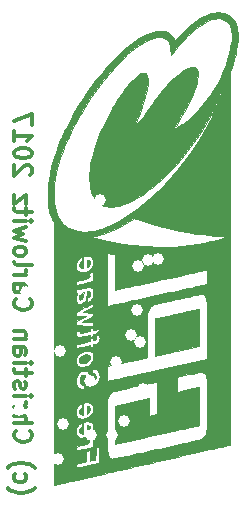
<source format=gbo>
G04 #@! TF.FileFunction,Legend,Bot*
%FSLAX46Y46*%
G04 Gerber Fmt 4.6, Leading zero omitted, Abs format (unit mm)*
G04 Created by KiCad (PCBNEW 4.0.2+dfsg1-stable) date Sa 30 Sep 2017 16:39:42 CEST*
%MOMM*%
G01*
G04 APERTURE LIST*
%ADD10C,0.100000*%
%ADD11C,0.300000*%
%ADD12C,0.010000*%
%ADD13C,6.400000*%
%ADD14R,2.100000X2.100000*%
%ADD15O,2.100000X2.100000*%
%ADD16C,1.822400*%
%ADD17C,1.000000*%
G04 APERTURE END LIST*
D10*
D11*
X113050000Y-91671428D02*
X113121429Y-91742856D01*
X113335714Y-91885713D01*
X113478571Y-91957142D01*
X113692857Y-92028571D01*
X114050000Y-92099999D01*
X114335714Y-92099999D01*
X114692857Y-92028571D01*
X114907143Y-91957142D01*
X115050000Y-91885713D01*
X115264286Y-91742856D01*
X115335714Y-91671428D01*
X113692857Y-90457142D02*
X113621429Y-90599999D01*
X113621429Y-90885713D01*
X113692857Y-91028571D01*
X113764286Y-91099999D01*
X113907143Y-91171428D01*
X114335714Y-91171428D01*
X114478571Y-91099999D01*
X114550000Y-91028571D01*
X114621429Y-90885713D01*
X114621429Y-90599999D01*
X114550000Y-90457142D01*
X113050000Y-89957142D02*
X113121429Y-89885714D01*
X113335714Y-89742857D01*
X113478571Y-89671428D01*
X113692857Y-89599999D01*
X114050000Y-89528571D01*
X114335714Y-89528571D01*
X114692857Y-89599999D01*
X114907143Y-89671428D01*
X115050000Y-89742857D01*
X115264286Y-89885714D01*
X115335714Y-89957142D01*
X113764286Y-86814285D02*
X113692857Y-86885714D01*
X113621429Y-87100000D01*
X113621429Y-87242857D01*
X113692857Y-87457142D01*
X113835714Y-87600000D01*
X113978571Y-87671428D01*
X114264286Y-87742857D01*
X114478571Y-87742857D01*
X114764286Y-87671428D01*
X114907143Y-87600000D01*
X115050000Y-87457142D01*
X115121429Y-87242857D01*
X115121429Y-87100000D01*
X115050000Y-86885714D01*
X114978571Y-86814285D01*
X113621429Y-86171428D02*
X115121429Y-86171428D01*
X113621429Y-85528571D02*
X114407143Y-85528571D01*
X114550000Y-85600000D01*
X114621429Y-85742857D01*
X114621429Y-85957142D01*
X114550000Y-86100000D01*
X114478571Y-86171428D01*
X113621429Y-84814285D02*
X114621429Y-84814285D01*
X114335714Y-84814285D02*
X114478571Y-84742857D01*
X114550000Y-84671428D01*
X114621429Y-84528571D01*
X114621429Y-84385714D01*
X113621429Y-83885714D02*
X114621429Y-83885714D01*
X115121429Y-83885714D02*
X115050000Y-83957143D01*
X114978571Y-83885714D01*
X115050000Y-83814286D01*
X115121429Y-83885714D01*
X114978571Y-83885714D01*
X113692857Y-83242857D02*
X113621429Y-83100000D01*
X113621429Y-82814285D01*
X113692857Y-82671428D01*
X113835714Y-82600000D01*
X113907143Y-82600000D01*
X114050000Y-82671428D01*
X114121429Y-82814285D01*
X114121429Y-83028571D01*
X114192857Y-83171428D01*
X114335714Y-83242857D01*
X114407143Y-83242857D01*
X114550000Y-83171428D01*
X114621429Y-83028571D01*
X114621429Y-82814285D01*
X114550000Y-82671428D01*
X114621429Y-82171428D02*
X114621429Y-81599999D01*
X115121429Y-81957142D02*
X113835714Y-81957142D01*
X113692857Y-81885714D01*
X113621429Y-81742856D01*
X113621429Y-81599999D01*
X113621429Y-81099999D02*
X114621429Y-81099999D01*
X115121429Y-81099999D02*
X115050000Y-81171428D01*
X114978571Y-81099999D01*
X115050000Y-81028571D01*
X115121429Y-81099999D01*
X114978571Y-81099999D01*
X113621429Y-79742856D02*
X114407143Y-79742856D01*
X114550000Y-79814285D01*
X114621429Y-79957142D01*
X114621429Y-80242856D01*
X114550000Y-80385713D01*
X113692857Y-79742856D02*
X113621429Y-79885713D01*
X113621429Y-80242856D01*
X113692857Y-80385713D01*
X113835714Y-80457142D01*
X113978571Y-80457142D01*
X114121429Y-80385713D01*
X114192857Y-80242856D01*
X114192857Y-79885713D01*
X114264286Y-79742856D01*
X114621429Y-79028570D02*
X113621429Y-79028570D01*
X114478571Y-79028570D02*
X114550000Y-78957142D01*
X114621429Y-78814284D01*
X114621429Y-78599999D01*
X114550000Y-78457142D01*
X114407143Y-78385713D01*
X113621429Y-78385713D01*
X113764286Y-75671427D02*
X113692857Y-75742856D01*
X113621429Y-75957142D01*
X113621429Y-76099999D01*
X113692857Y-76314284D01*
X113835714Y-76457142D01*
X113978571Y-76528570D01*
X114264286Y-76599999D01*
X114478571Y-76599999D01*
X114764286Y-76528570D01*
X114907143Y-76457142D01*
X115050000Y-76314284D01*
X115121429Y-76099999D01*
X115121429Y-75957142D01*
X115050000Y-75742856D01*
X114978571Y-75671427D01*
X113621429Y-74385713D02*
X114407143Y-74385713D01*
X114550000Y-74457142D01*
X114621429Y-74599999D01*
X114621429Y-74885713D01*
X114550000Y-75028570D01*
X113692857Y-74385713D02*
X113621429Y-74528570D01*
X113621429Y-74885713D01*
X113692857Y-75028570D01*
X113835714Y-75099999D01*
X113978571Y-75099999D01*
X114121429Y-75028570D01*
X114192857Y-74885713D01*
X114192857Y-74528570D01*
X114264286Y-74385713D01*
X113621429Y-73671427D02*
X114621429Y-73671427D01*
X114335714Y-73671427D02*
X114478571Y-73599999D01*
X114550000Y-73528570D01*
X114621429Y-73385713D01*
X114621429Y-73242856D01*
X113621429Y-72528570D02*
X113692857Y-72671428D01*
X113835714Y-72742856D01*
X115121429Y-72742856D01*
X113621429Y-71742856D02*
X113692857Y-71885714D01*
X113764286Y-71957142D01*
X113907143Y-72028571D01*
X114335714Y-72028571D01*
X114478571Y-71957142D01*
X114550000Y-71885714D01*
X114621429Y-71742856D01*
X114621429Y-71528571D01*
X114550000Y-71385714D01*
X114478571Y-71314285D01*
X114335714Y-71242856D01*
X113907143Y-71242856D01*
X113764286Y-71314285D01*
X113692857Y-71385714D01*
X113621429Y-71528571D01*
X113621429Y-71742856D01*
X114621429Y-70742856D02*
X113621429Y-70457142D01*
X114335714Y-70171428D01*
X113621429Y-69885713D01*
X114621429Y-69599999D01*
X113621429Y-69028570D02*
X114621429Y-69028570D01*
X115121429Y-69028570D02*
X115050000Y-69099999D01*
X114978571Y-69028570D01*
X115050000Y-68957142D01*
X115121429Y-69028570D01*
X114978571Y-69028570D01*
X114621429Y-68528570D02*
X114621429Y-67957141D01*
X115121429Y-68314284D02*
X113835714Y-68314284D01*
X113692857Y-68242856D01*
X113621429Y-68099998D01*
X113621429Y-67957141D01*
X114621429Y-67599998D02*
X114621429Y-66814284D01*
X113621429Y-67599998D01*
X113621429Y-66814284D01*
X114978571Y-65171427D02*
X115050000Y-65099998D01*
X115121429Y-64957141D01*
X115121429Y-64599998D01*
X115050000Y-64457141D01*
X114978571Y-64385712D01*
X114835714Y-64314284D01*
X114692857Y-64314284D01*
X114478571Y-64385712D01*
X113621429Y-65242855D01*
X113621429Y-64314284D01*
X115121429Y-63385713D02*
X115121429Y-63242856D01*
X115050000Y-63099999D01*
X114978571Y-63028570D01*
X114835714Y-62957141D01*
X114550000Y-62885713D01*
X114192857Y-62885713D01*
X113907143Y-62957141D01*
X113764286Y-63028570D01*
X113692857Y-63099999D01*
X113621429Y-63242856D01*
X113621429Y-63385713D01*
X113692857Y-63528570D01*
X113764286Y-63599999D01*
X113907143Y-63671427D01*
X114192857Y-63742856D01*
X114550000Y-63742856D01*
X114835714Y-63671427D01*
X114978571Y-63599999D01*
X115050000Y-63528570D01*
X115121429Y-63385713D01*
X113621429Y-61457142D02*
X113621429Y-62314285D01*
X113621429Y-61885713D02*
X115121429Y-61885713D01*
X114907143Y-62028570D01*
X114764286Y-62171428D01*
X114692857Y-62314285D01*
X115121429Y-60957142D02*
X115121429Y-59957142D01*
X113621429Y-60599999D01*
D12*
G36*
X132527717Y-53528087D02*
X132525604Y-53362876D01*
X132522802Y-53207758D01*
X132519753Y-53085118D01*
X132515874Y-52988361D01*
X132510583Y-52910888D01*
X132503300Y-52846105D01*
X132493443Y-52787413D01*
X132480429Y-52728216D01*
X132463859Y-52662615D01*
X132378433Y-52400139D01*
X132266751Y-52165750D01*
X132129306Y-51960002D01*
X131966590Y-51783449D01*
X131779097Y-51636647D01*
X131567319Y-51520150D01*
X131387307Y-51451222D01*
X131284149Y-51426846D01*
X131153721Y-51408750D01*
X131007410Y-51397496D01*
X130856603Y-51393646D01*
X130712686Y-51397762D01*
X130587046Y-51410406D01*
X130580670Y-51411395D01*
X130281375Y-51476909D01*
X129972706Y-51579760D01*
X129655451Y-51719553D01*
X129330395Y-51895893D01*
X128998325Y-52108383D01*
X128660026Y-52356629D01*
X128584904Y-52415953D01*
X128485320Y-52499498D01*
X128365233Y-52606572D01*
X128230269Y-52731647D01*
X128086053Y-52869195D01*
X127938211Y-53013690D01*
X127792368Y-53159602D01*
X127654152Y-53301404D01*
X127529186Y-53433569D01*
X127423098Y-53550568D01*
X127382402Y-53597518D01*
X127210361Y-53799729D01*
X127132512Y-53640848D01*
X127020930Y-53454080D01*
X126884322Y-53296612D01*
X126724046Y-53168924D01*
X126541463Y-53071492D01*
X126337932Y-53004795D01*
X126114814Y-52969311D01*
X125873468Y-52965518D01*
X125615254Y-52993895D01*
X125412813Y-53036209D01*
X125124162Y-53123423D01*
X124820961Y-53244250D01*
X124505565Y-53397075D01*
X124180332Y-53580280D01*
X123847618Y-53792249D01*
X123509780Y-54031367D01*
X123169174Y-54296016D01*
X122828158Y-54584580D01*
X122489088Y-54895443D01*
X122154321Y-55226989D01*
X122031058Y-55355597D01*
X121567101Y-55864433D01*
X121104732Y-56406429D01*
X120648177Y-56975755D01*
X120201666Y-57566584D01*
X119769425Y-58173086D01*
X119355683Y-58789434D01*
X118964668Y-59409799D01*
X118600607Y-60028353D01*
X118464091Y-60272846D01*
X118396314Y-60398813D01*
X118316893Y-60550805D01*
X118228920Y-60722541D01*
X118135490Y-60907745D01*
X118039697Y-61100137D01*
X117944636Y-61293439D01*
X117853401Y-61481372D01*
X117769086Y-61657659D01*
X117694786Y-61816020D01*
X117633595Y-61950177D01*
X117602267Y-62021538D01*
X117341857Y-62658135D01*
X117113073Y-63280578D01*
X116916232Y-63887767D01*
X116751652Y-64478603D01*
X116619650Y-65051986D01*
X116520543Y-65606815D01*
X116478285Y-65919461D01*
X116468781Y-66024712D01*
X116461228Y-66159413D01*
X116455591Y-66317478D01*
X116451839Y-66492818D01*
X116449937Y-66679345D01*
X116449854Y-66870971D01*
X116451557Y-67061608D01*
X116455011Y-67245169D01*
X116460186Y-67415565D01*
X116467046Y-67566708D01*
X116475560Y-67692511D01*
X116485695Y-67786885D01*
X116488489Y-67804923D01*
X116564780Y-68172410D01*
X116664678Y-68513454D01*
X116787397Y-68825535D01*
X116842248Y-68940795D01*
X116938615Y-69132828D01*
X116938615Y-80270106D01*
X116938626Y-81073706D01*
X116938662Y-81839106D01*
X116938723Y-82567181D01*
X116938812Y-83258810D01*
X116938931Y-83914867D01*
X116939083Y-84536231D01*
X116939269Y-85123777D01*
X116939491Y-85678381D01*
X116939752Y-86200921D01*
X116940053Y-86692273D01*
X116940397Y-87153314D01*
X116940786Y-87584919D01*
X116941222Y-87987967D01*
X116941706Y-88363332D01*
X116942242Y-88711892D01*
X116942830Y-89034524D01*
X116943474Y-89332103D01*
X116944175Y-89605506D01*
X116944936Y-89855610D01*
X116945757Y-90083292D01*
X116946642Y-90289428D01*
X116947593Y-90474894D01*
X116948612Y-90640567D01*
X116949700Y-90787324D01*
X116950860Y-90916041D01*
X116952094Y-91027594D01*
X116953404Y-91122861D01*
X116954792Y-91202718D01*
X116956260Y-91268040D01*
X116957811Y-91319706D01*
X116959445Y-91358591D01*
X116961167Y-91385572D01*
X116962976Y-91401526D01*
X116964876Y-91407328D01*
X116965092Y-91407384D01*
X116985441Y-91403079D01*
X117042302Y-91390402D01*
X117134100Y-91369715D01*
X117259259Y-91341378D01*
X117416202Y-91305752D01*
X117603354Y-91263198D01*
X117819138Y-91214077D01*
X118061979Y-91158749D01*
X118330300Y-91097574D01*
X118622525Y-91030914D01*
X118832308Y-90983039D01*
X118832308Y-88497284D01*
X118837962Y-88327547D01*
X118843615Y-88157810D01*
X119273461Y-88061426D01*
X119350367Y-88043522D01*
X119350367Y-87401891D01*
X119202485Y-87388972D01*
X119080700Y-87349277D01*
X118981002Y-87280940D01*
X118909007Y-87196584D01*
X118865654Y-87123638D01*
X118838036Y-87049373D01*
X118823658Y-86962739D01*
X118820027Y-86852686D01*
X118820847Y-86806077D01*
X118825367Y-86711452D01*
X118835296Y-86639978D01*
X118854065Y-86575778D01*
X118885109Y-86502977D01*
X118887501Y-86497852D01*
X118974969Y-86354790D01*
X119092257Y-86229672D01*
X119231257Y-86131042D01*
X119240583Y-86125896D01*
X119263386Y-86113523D01*
X119263386Y-85796354D01*
X119126886Y-85766179D01*
X119012556Y-85704118D01*
X118920185Y-85610121D01*
X118909007Y-85594430D01*
X118865654Y-85521485D01*
X118838036Y-85447219D01*
X118823658Y-85360585D01*
X118820027Y-85250532D01*
X118820847Y-85203923D01*
X118825367Y-85109298D01*
X118835296Y-85037824D01*
X118854065Y-84973624D01*
X118885109Y-84900824D01*
X118887501Y-84895699D01*
X118966177Y-84764925D01*
X119070413Y-84646575D01*
X119189863Y-84551515D01*
X119246164Y-84519058D01*
X119341846Y-84470572D01*
X119341846Y-84819639D01*
X119262953Y-84882124D01*
X119175924Y-84972053D01*
X119124585Y-85077026D01*
X119107391Y-85200226D01*
X119107384Y-85202836D01*
X119111017Y-85273159D01*
X119125518Y-85321675D01*
X119156292Y-85365271D01*
X119161115Y-85370729D01*
X119231559Y-85423383D01*
X119326126Y-85457037D01*
X119369374Y-85461988D01*
X119369374Y-83298656D01*
X119225570Y-83281181D01*
X119098153Y-83229531D01*
X118990503Y-83146379D01*
X118905997Y-83034398D01*
X118848014Y-82896260D01*
X118844395Y-82883317D01*
X118825672Y-82778574D01*
X118817208Y-82652112D01*
X118819008Y-82519919D01*
X118831076Y-82397984D01*
X118844225Y-82332581D01*
X118905618Y-82163344D01*
X118994881Y-82012972D01*
X119107890Y-81886687D01*
X119240522Y-81789710D01*
X119295007Y-81761721D01*
X119359946Y-81735357D01*
X119359946Y-81425813D01*
X119208465Y-81411498D01*
X119077347Y-81366527D01*
X118969375Y-81292648D01*
X118887333Y-81191608D01*
X118845904Y-81103086D01*
X118822702Y-80998839D01*
X118816263Y-80875322D01*
X118826319Y-80748436D01*
X118849906Y-80645795D01*
X118849906Y-79821077D01*
X118842649Y-79803038D01*
X118837098Y-79754900D01*
X118834122Y-79685632D01*
X118833846Y-79655000D01*
X118835044Y-79579947D01*
X118838239Y-79522547D01*
X118842837Y-79491772D01*
X118844870Y-79488923D01*
X118866009Y-79484791D01*
X118920450Y-79473103D01*
X119003381Y-79454922D01*
X119093909Y-79434873D01*
X119093909Y-78888695D01*
X119031969Y-78888524D01*
X118984671Y-78879786D01*
X118947381Y-78862743D01*
X118915466Y-78837656D01*
X118913848Y-78836118D01*
X118863449Y-78768026D01*
X118836887Y-78699349D01*
X118829862Y-78643792D01*
X118827654Y-78572585D01*
X118829745Y-78497730D01*
X118835615Y-78431227D01*
X118844746Y-78385077D01*
X118851016Y-78372671D01*
X118875151Y-78364938D01*
X118927442Y-78356050D01*
X118997079Y-78347806D01*
X119004807Y-78347065D01*
X119146461Y-78333788D01*
X119146461Y-78554182D01*
X119209961Y-78541616D01*
X119248825Y-78533532D01*
X119318598Y-78518628D01*
X119412023Y-78498472D01*
X119521844Y-78474628D01*
X119639807Y-78448881D01*
X120006154Y-78368710D01*
X120006154Y-78142606D01*
X120079423Y-78121978D01*
X120151447Y-78104135D01*
X120224054Y-78089572D01*
X120225961Y-78089254D01*
X120299231Y-78077159D01*
X120299231Y-77988298D01*
X120186884Y-77976340D01*
X120136479Y-77971566D01*
X120053833Y-77964432D01*
X119945676Y-77955488D01*
X119818736Y-77945283D01*
X119679740Y-77934368D01*
X119566538Y-77925657D01*
X119422794Y-77914576D01*
X119285821Y-77903787D01*
X119162349Y-77893838D01*
X119059106Y-77885278D01*
X118982820Y-77878652D01*
X118946192Y-77875163D01*
X118833846Y-77863394D01*
X118836442Y-77544846D01*
X119254107Y-77340908D01*
X119370564Y-77283216D01*
X119473703Y-77230530D01*
X119558822Y-77185383D01*
X119621222Y-77150309D01*
X119656203Y-77127840D01*
X119661963Y-77121100D01*
X119639284Y-77113993D01*
X119587045Y-77108532D01*
X119514753Y-77105546D01*
X119480530Y-77105231D01*
X119387737Y-77104069D01*
X119272637Y-77100933D01*
X119151917Y-77096344D01*
X119070634Y-77092419D01*
X118832364Y-77079607D01*
X118837990Y-76923774D01*
X118843615Y-76767940D01*
X119157744Y-76597274D01*
X119157744Y-76072483D01*
X119049694Y-76059874D01*
X118965068Y-76019313D01*
X118897311Y-75946701D01*
X118863125Y-75888219D01*
X118838010Y-75834561D01*
X118823296Y-75787301D01*
X118816912Y-75733554D01*
X118816786Y-75660433D01*
X118818505Y-75610538D01*
X118824626Y-75513744D01*
X118836396Y-75439570D01*
X118857509Y-75371613D01*
X118888297Y-75300614D01*
X118918265Y-75235984D01*
X118940453Y-75186939D01*
X118950789Y-75162509D01*
X118951077Y-75161402D01*
X118934306Y-75154463D01*
X118893824Y-75144820D01*
X118892461Y-75144546D01*
X118833846Y-75132823D01*
X118833846Y-74781121D01*
X118837970Y-74782688D01*
X118837970Y-74486581D01*
X118836043Y-74468772D01*
X118835708Y-74420763D01*
X118836964Y-74351400D01*
X118837970Y-74317933D01*
X118843615Y-74148789D01*
X119253923Y-74056127D01*
X119342626Y-74035938D01*
X119342626Y-73392732D01*
X119191658Y-73377364D01*
X119065038Y-73331580D01*
X118962388Y-73255226D01*
X118935281Y-73225209D01*
X118880164Y-73148111D01*
X118844503Y-73069430D01*
X118825413Y-72978580D01*
X118820010Y-72864979D01*
X118821177Y-72806487D01*
X118826137Y-72710443D01*
X118835464Y-72638918D01*
X118852296Y-72577372D01*
X118879772Y-72511267D01*
X118889255Y-72491102D01*
X118959692Y-72376658D01*
X119056942Y-72264447D01*
X119169865Y-72166004D01*
X119260171Y-72107019D01*
X119341846Y-72061807D01*
X119341790Y-72243788D01*
X119341331Y-72329081D01*
X119338406Y-72384290D01*
X119330592Y-72418407D01*
X119315470Y-72440427D01*
X119290618Y-72459341D01*
X119282285Y-72464846D01*
X119235803Y-72504867D01*
X119185884Y-72561677D01*
X119165110Y-72590311D01*
X119126711Y-72658802D01*
X119109996Y-72725529D01*
X119107384Y-72781781D01*
X119120769Y-72892831D01*
X119161110Y-72975612D01*
X119228687Y-73030410D01*
X119323780Y-73057513D01*
X119380295Y-73060769D01*
X119459077Y-73060769D01*
X119459077Y-72049194D01*
X119509021Y-72039771D01*
X119509021Y-69953269D01*
X119318448Y-69950285D01*
X119148669Y-69938932D01*
X119054666Y-69926946D01*
X118749069Y-69860121D01*
X118465637Y-69761299D01*
X118204772Y-69630938D01*
X117966876Y-69469498D01*
X117752354Y-69277438D01*
X117561606Y-69055216D01*
X117395036Y-68803293D01*
X117253047Y-68522127D01*
X117136042Y-68212177D01*
X117044422Y-67873903D01*
X116987719Y-67570461D01*
X116978720Y-67487246D01*
X116971469Y-67371779D01*
X116965970Y-67230847D01*
X116962230Y-67071235D01*
X116960256Y-66899730D01*
X116960054Y-66723118D01*
X116961630Y-66548185D01*
X116964991Y-66381718D01*
X116970143Y-66230504D01*
X116977093Y-66101327D01*
X116985846Y-66000975D01*
X116986239Y-65997615D01*
X117065727Y-65458878D01*
X117178465Y-64902531D01*
X117323783Y-64330369D01*
X117501013Y-63744185D01*
X117709484Y-63145774D01*
X117948527Y-62536929D01*
X118217473Y-61919443D01*
X118515652Y-61295112D01*
X118842395Y-60665729D01*
X119197033Y-60033087D01*
X119238815Y-59961500D01*
X119658754Y-59274175D01*
X120112076Y-58587239D01*
X120593643Y-57907662D01*
X121098320Y-57242413D01*
X121620970Y-56598462D01*
X122156456Y-55982778D01*
X122234893Y-55896231D01*
X122549165Y-55564062D01*
X122870990Y-55248453D01*
X123197471Y-54951594D01*
X123525710Y-54675676D01*
X123852807Y-54422892D01*
X124175866Y-54195432D01*
X124491987Y-53995488D01*
X124798274Y-53825251D01*
X125091827Y-53686914D01*
X125229865Y-53631541D01*
X125421820Y-53568241D01*
X125616294Y-53520639D01*
X125804666Y-53490100D01*
X125978316Y-53477987D01*
X126128621Y-53485662D01*
X126141231Y-53487448D01*
X126301368Y-53530712D01*
X126445965Y-53607890D01*
X126570090Y-53715287D01*
X126668809Y-53849207D01*
X126697713Y-53904328D01*
X126730541Y-53981765D01*
X126757606Y-54065623D01*
X126780109Y-54162206D01*
X126799250Y-54277819D01*
X126816229Y-54418764D01*
X126832244Y-54591346D01*
X126835115Y-54626231D01*
X126844795Y-54744946D01*
X126853652Y-54852156D01*
X126861111Y-54941023D01*
X126866598Y-55004707D01*
X126869539Y-55036367D01*
X126869558Y-55036538D01*
X126880104Y-55037828D01*
X126909029Y-55011584D01*
X126957195Y-54956797D01*
X127025467Y-54872457D01*
X127114706Y-54757555D01*
X127170097Y-54684846D01*
X127338418Y-54464931D01*
X127490399Y-54271434D01*
X127631299Y-54098210D01*
X127766375Y-53939110D01*
X127900887Y-53787988D01*
X128040091Y-53638698D01*
X128189247Y-53485092D01*
X128241057Y-53432899D01*
X128490852Y-53189228D01*
X128725575Y-52974879D01*
X128950331Y-52785710D01*
X129170223Y-52617578D01*
X129390357Y-52466339D01*
X129567450Y-52356282D01*
X129846556Y-52202987D01*
X130114091Y-52081348D01*
X130368883Y-51991306D01*
X130609762Y-51932802D01*
X130835556Y-51905777D01*
X131045093Y-51910173D01*
X131237201Y-51945932D01*
X131410709Y-52012993D01*
X131564444Y-52111299D01*
X131697237Y-52240791D01*
X131807914Y-52401411D01*
X131843802Y-52470332D01*
X131894985Y-52582621D01*
X131934709Y-52685833D01*
X131964553Y-52787975D01*
X131986094Y-52897053D01*
X132000911Y-53021072D01*
X132010582Y-53168040D01*
X132016685Y-53345961D01*
X132016726Y-53347598D01*
X132018662Y-53594357D01*
X132010838Y-53815805D01*
X131992247Y-54024714D01*
X131961884Y-54233855D01*
X131936110Y-54372231D01*
X131908749Y-54509000D01*
X131904567Y-54352692D01*
X131900386Y-54196384D01*
X131866537Y-54430846D01*
X131780728Y-54903709D01*
X131659009Y-55386078D01*
X131502590Y-55875249D01*
X131312679Y-56368514D01*
X131090487Y-56863168D01*
X130837223Y-57356505D01*
X130554096Y-57845819D01*
X130242316Y-58328404D01*
X129927637Y-58768888D01*
X129595620Y-59192034D01*
X129256713Y-59584230D01*
X128912547Y-59943865D01*
X128564754Y-60269325D01*
X128214963Y-60559000D01*
X127864806Y-60811278D01*
X127854992Y-60817801D01*
X127777398Y-60867821D01*
X127685552Y-60924748D01*
X127585004Y-60985396D01*
X127481302Y-61046578D01*
X127379995Y-61105110D01*
X127286632Y-61157805D01*
X127206761Y-61201477D01*
X127145931Y-61232941D01*
X127109691Y-61249011D01*
X127102148Y-61250046D01*
X127110176Y-61232459D01*
X127136588Y-61188077D01*
X127177889Y-61122485D01*
X127230590Y-61041268D01*
X127269226Y-60982859D01*
X127525505Y-60587065D01*
X127768783Y-60189137D01*
X127997504Y-59792298D01*
X128210112Y-59399774D01*
X128405050Y-59014786D01*
X128580762Y-58640559D01*
X128735690Y-58280315D01*
X128868278Y-57937280D01*
X128976970Y-57614675D01*
X129060209Y-57315725D01*
X129079209Y-57234615D01*
X129124068Y-56998958D01*
X129149381Y-56783370D01*
X129155505Y-56589879D01*
X129142797Y-56420513D01*
X129111615Y-56277300D01*
X129062314Y-56162269D01*
X128995253Y-56077448D01*
X128910789Y-56024864D01*
X128863842Y-56011609D01*
X128716834Y-56003001D01*
X128551587Y-56028882D01*
X128368167Y-56089220D01*
X128166643Y-56183981D01*
X127947083Y-56313131D01*
X127709555Y-56476639D01*
X127454128Y-56674469D01*
X127385549Y-56730895D01*
X127116500Y-56966624D01*
X126838884Y-57231970D01*
X126558600Y-57520247D01*
X126281542Y-57824770D01*
X126013609Y-58138853D01*
X125760695Y-58455810D01*
X125528698Y-58768955D01*
X125330050Y-59061461D01*
X125088110Y-59424102D01*
X124832028Y-59785326D01*
X124567574Y-60137599D01*
X124300517Y-60473387D01*
X124036629Y-60785157D01*
X123856022Y-60986000D01*
X123816899Y-61028102D01*
X123790148Y-61054731D01*
X123776279Y-61062788D01*
X123775805Y-61049176D01*
X123789236Y-61010798D01*
X123817083Y-60944554D01*
X123859856Y-60847348D01*
X123890144Y-60779080D01*
X124004365Y-60514024D01*
X124120814Y-60229654D01*
X124236159Y-59934888D01*
X124347063Y-59638647D01*
X124450192Y-59349847D01*
X124542212Y-59077408D01*
X124619787Y-58830248D01*
X124623668Y-58817231D01*
X124710306Y-58513595D01*
X124780499Y-58239775D01*
X124835202Y-57990593D01*
X124875367Y-57760873D01*
X124901948Y-57545439D01*
X124915896Y-57339114D01*
X124918610Y-57215077D01*
X124916622Y-57055655D01*
X124907873Y-56928244D01*
X124890766Y-56826121D01*
X124863703Y-56742564D01*
X124825087Y-56670848D01*
X124773568Y-56604529D01*
X124733022Y-56561256D01*
X124698716Y-56536158D01*
X124657073Y-56523395D01*
X124594513Y-56517127D01*
X124566448Y-56515460D01*
X124481758Y-56513871D01*
X124415369Y-56522779D01*
X124347139Y-56545664D01*
X124316911Y-56558584D01*
X124163105Y-56641626D01*
X123996599Y-56759657D01*
X123818624Y-56911158D01*
X123630408Y-57094608D01*
X123433185Y-57308487D01*
X123228184Y-57551276D01*
X123016636Y-57821454D01*
X122799772Y-58117503D01*
X122578823Y-58437900D01*
X122355019Y-58781128D01*
X122129591Y-59145666D01*
X121903770Y-59529993D01*
X121886784Y-59559692D01*
X121609846Y-60062332D01*
X121352872Y-60564358D01*
X121116319Y-61063950D01*
X120900643Y-61559288D01*
X120706301Y-62048551D01*
X120533751Y-62529918D01*
X120383448Y-63001570D01*
X120255851Y-63461687D01*
X120151415Y-63908447D01*
X120070598Y-64340030D01*
X120013856Y-64754616D01*
X119981647Y-65150385D01*
X119974427Y-65525516D01*
X119992653Y-65878188D01*
X120036783Y-66206582D01*
X120107272Y-66508877D01*
X120126680Y-66572699D01*
X120218163Y-66813931D01*
X120331803Y-67035487D01*
X120464374Y-67232221D01*
X120612650Y-67398990D01*
X120685993Y-67464847D01*
X120799283Y-67546852D01*
X120936271Y-67627435D01*
X121083841Y-67700109D01*
X121228876Y-67758388D01*
X121352928Y-67794635D01*
X121617580Y-67833545D01*
X121898576Y-67838246D01*
X122194759Y-67809467D01*
X122504971Y-67747937D01*
X122828053Y-67654384D01*
X123162849Y-67529538D01*
X123508199Y-67374128D01*
X123862948Y-67188882D01*
X124225935Y-66974531D01*
X124596005Y-66731802D01*
X124971999Y-66461425D01*
X125352758Y-66164129D01*
X125737127Y-65840643D01*
X126123945Y-65491695D01*
X126512057Y-65118016D01*
X126900303Y-64720333D01*
X127287527Y-64299376D01*
X127672570Y-63855874D01*
X127744460Y-63770231D01*
X128266942Y-63119873D01*
X128766296Y-62448679D01*
X129240360Y-61760220D01*
X129686974Y-61058070D01*
X130103979Y-60345801D01*
X130489214Y-59626985D01*
X130840518Y-58905195D01*
X131155731Y-58184003D01*
X131223872Y-58016154D01*
X131268948Y-57904441D01*
X131308793Y-57807552D01*
X131341309Y-57730432D01*
X131364400Y-57678028D01*
X131375969Y-57655285D01*
X131376908Y-57655256D01*
X131370954Y-57681535D01*
X131353841Y-57738864D01*
X131327523Y-57821478D01*
X131293956Y-57923617D01*
X131255094Y-58039518D01*
X131212891Y-58163419D01*
X131169301Y-58289557D01*
X131126281Y-58412171D01*
X131085783Y-58525498D01*
X131049764Y-58623775D01*
X131035777Y-58660923D01*
X130846361Y-59134067D01*
X130629471Y-59630207D01*
X130384425Y-60150893D01*
X130353520Y-60214231D01*
X129958351Y-60981282D01*
X129529128Y-61739218D01*
X129068149Y-62485014D01*
X128577716Y-63215643D01*
X128060128Y-63928081D01*
X127517686Y-64619301D01*
X126952688Y-65286279D01*
X126367437Y-65925989D01*
X125764230Y-66535405D01*
X125145370Y-67111502D01*
X125037307Y-67207194D01*
X124516361Y-67648475D01*
X124000455Y-68052013D01*
X123488393Y-68418639D01*
X122978981Y-68749187D01*
X122471022Y-69044488D01*
X122171329Y-69202620D01*
X121836685Y-69366198D01*
X121523122Y-69505666D01*
X121223258Y-69623686D01*
X120929710Y-69722919D01*
X120635093Y-69806028D01*
X120332026Y-69875674D01*
X120269923Y-69888188D01*
X120100840Y-69915343D01*
X119910684Y-69935464D01*
X119709922Y-69948217D01*
X119509021Y-69953269D01*
X119509021Y-72039771D01*
X119587664Y-72024931D01*
X119762496Y-72006057D01*
X119916659Y-72018163D01*
X120048372Y-72059865D01*
X120155853Y-72129775D01*
X120237323Y-72226510D01*
X120291001Y-72348681D01*
X120315107Y-72494905D01*
X120314798Y-72590868D01*
X120286555Y-72757933D01*
X120224146Y-72911627D01*
X120131045Y-73049086D01*
X120010725Y-73167447D01*
X119866657Y-73263843D01*
X119702316Y-73335412D01*
X119521175Y-73379287D01*
X119342626Y-73392732D01*
X119342626Y-74035938D01*
X119400799Y-74022697D01*
X119515674Y-73995729D01*
X119604746Y-73973456D01*
X119674213Y-73954112D01*
X119730275Y-73935928D01*
X119779131Y-73917139D01*
X119826978Y-73895976D01*
X119844360Y-73887812D01*
X119907779Y-73841073D01*
X119957819Y-73774007D01*
X119984579Y-73701226D01*
X119986615Y-73677839D01*
X119977405Y-73622226D01*
X119956836Y-73567858D01*
X119927057Y-73510271D01*
X120030105Y-73444759D01*
X120110090Y-73394177D01*
X120164033Y-73362952D01*
X120199134Y-73349901D01*
X120222596Y-73353839D01*
X120241620Y-73373584D01*
X120262546Y-73406563D01*
X120300927Y-73496681D01*
X120317062Y-73598168D01*
X120310200Y-73696804D01*
X120281995Y-73774408D01*
X120252001Y-73827968D01*
X120242811Y-73854556D01*
X120253634Y-73859773D01*
X120270708Y-73854479D01*
X120285491Y-73853732D01*
X120293857Y-73870108D01*
X120296928Y-73910388D01*
X120295829Y-73981357D01*
X120295131Y-74001967D01*
X120289461Y-74161003D01*
X119566538Y-74323544D01*
X119404483Y-74359961D01*
X119254803Y-74393559D01*
X119121685Y-74423401D01*
X119009318Y-74448550D01*
X118921887Y-74468069D01*
X118863581Y-74481021D01*
X118838586Y-74486469D01*
X118837970Y-74486581D01*
X118837970Y-74782688D01*
X118883964Y-74800176D01*
X118923850Y-74811511D01*
X118972205Y-74816849D01*
X119033813Y-74815671D01*
X119113458Y-74807457D01*
X119215924Y-74791689D01*
X119345995Y-74767847D01*
X119508456Y-74735413D01*
X119539311Y-74729075D01*
X119682328Y-74699899D01*
X119792779Y-74678312D01*
X119876283Y-74663595D01*
X119938458Y-74655029D01*
X119984922Y-74651895D01*
X120021294Y-74653474D01*
X120053191Y-74659046D01*
X120064517Y-74661854D01*
X120156067Y-74698697D01*
X120224747Y-74757449D01*
X120272797Y-74841861D01*
X120302460Y-74955683D01*
X120315016Y-75080763D01*
X120310248Y-75278095D01*
X120275087Y-75452364D01*
X120209919Y-75602785D01*
X120115130Y-75728573D01*
X119991107Y-75828940D01*
X119930359Y-75863343D01*
X119874819Y-75890627D01*
X119834571Y-75908803D01*
X119821188Y-75913384D01*
X119816619Y-75895323D01*
X119813249Y-75847031D01*
X119811579Y-75777351D01*
X119811511Y-75742423D01*
X119812252Y-75571461D01*
X119890973Y-75516985D01*
X119961417Y-75453156D01*
X120004353Y-75374787D01*
X120022617Y-75274785D01*
X120022278Y-75188762D01*
X120012977Y-75098562D01*
X119994158Y-75040692D01*
X119961046Y-75008698D01*
X119908868Y-74996122D01*
X119879081Y-74995077D01*
X119826840Y-74997195D01*
X119799491Y-75010576D01*
X119783900Y-75045760D01*
X119775605Y-75078115D01*
X119764408Y-75131607D01*
X119749829Y-75211956D01*
X119733938Y-75307325D01*
X119721767Y-75385846D01*
X119704583Y-75486903D01*
X119684387Y-75584338D01*
X119664011Y-75665410D01*
X119650158Y-75708210D01*
X119581697Y-75837681D01*
X119489201Y-75942473D01*
X119377793Y-76018797D01*
X119252600Y-76062861D01*
X119157744Y-76072483D01*
X119157744Y-76597274D01*
X119556769Y-76380482D01*
X119710104Y-76297343D01*
X119852829Y-76220281D01*
X119981286Y-76151247D01*
X120091815Y-76092194D01*
X120180756Y-76045073D01*
X120244449Y-76011836D01*
X120279237Y-75994435D01*
X120284577Y-75992281D01*
X120291265Y-76009947D01*
X120296352Y-76057663D01*
X120299020Y-76126412D01*
X120299231Y-76153828D01*
X120299231Y-76316118D01*
X119410231Y-76782846D01*
X119556769Y-76794946D01*
X119635779Y-76799975D01*
X119739812Y-76804503D01*
X119854812Y-76808007D01*
X119957307Y-76809867D01*
X120080371Y-76811227D01*
X120169751Y-76814031D01*
X120230819Y-76821086D01*
X120268944Y-76835197D01*
X120289497Y-76859171D01*
X120297847Y-76895814D01*
X120299365Y-76947932D01*
X120299231Y-76988540D01*
X120299231Y-77140831D01*
X120069654Y-77252380D01*
X119953774Y-77308747D01*
X119822522Y-77372691D01*
X119694514Y-77435137D01*
X119615384Y-77473795D01*
X119390692Y-77583661D01*
X119556769Y-77596736D01*
X119639830Y-77602607D01*
X119748765Y-77609355D01*
X119870405Y-77616209D01*
X119991581Y-77622398D01*
X120011038Y-77623322D01*
X120299231Y-77636832D01*
X120299231Y-77988298D01*
X120299231Y-78077159D01*
X120299231Y-78187118D01*
X120301952Y-78246746D01*
X120308985Y-78286679D01*
X120316143Y-78297077D01*
X120340932Y-78292993D01*
X120395517Y-78281900D01*
X120471610Y-78265536D01*
X120553047Y-78247417D01*
X120641328Y-78228242D01*
X120715532Y-78213539D01*
X120767454Y-78204839D01*
X120788494Y-78203455D01*
X120786202Y-78221752D01*
X120767933Y-78266782D01*
X120736910Y-78331242D01*
X120706517Y-78389227D01*
X120609086Y-78569301D01*
X120454158Y-78602593D01*
X120299231Y-78635886D01*
X120299231Y-78719728D01*
X120296871Y-78772950D01*
X120283377Y-78800645D01*
X120249124Y-78816336D01*
X120225961Y-78822669D01*
X120153604Y-78839816D01*
X120080816Y-78854654D01*
X120079423Y-78854904D01*
X120006154Y-78868041D01*
X120006154Y-78787713D01*
X120003945Y-78737953D01*
X119998410Y-78709768D01*
X119995945Y-78707384D01*
X119974687Y-78711486D01*
X119921038Y-78722953D01*
X119840719Y-78740531D01*
X119739453Y-78762964D01*
X119622960Y-78788996D01*
X119580752Y-78798478D01*
X119413912Y-78835190D01*
X119280247Y-78862289D01*
X119175124Y-78880037D01*
X119093909Y-78888695D01*
X119093909Y-79434873D01*
X119109989Y-79431311D01*
X119235461Y-79403333D01*
X119374986Y-79372049D01*
X119420000Y-79361923D01*
X119562880Y-79329836D01*
X119693189Y-79300728D01*
X119806114Y-79275660D01*
X119896843Y-79255695D01*
X119960563Y-79241896D01*
X119992461Y-79235326D01*
X119995130Y-79234923D01*
X120000637Y-79217060D01*
X120004589Y-79170162D01*
X120006152Y-79104264D01*
X120006154Y-79102229D01*
X120006154Y-78969534D01*
X120152692Y-78938914D01*
X120299231Y-78908295D01*
X120299231Y-79172153D01*
X120376245Y-79152604D01*
X120443530Y-79128836D01*
X120486216Y-79093313D01*
X120509720Y-79037731D01*
X120519460Y-78953787D01*
X120520262Y-78931842D01*
X120523923Y-78800620D01*
X120660692Y-78746227D01*
X120726681Y-78720788D01*
X120776650Y-78703042D01*
X120801364Y-78696237D01*
X120802422Y-78696429D01*
X120807043Y-78716561D01*
X120814825Y-78765783D01*
X120824264Y-78834389D01*
X120826467Y-78851544D01*
X120834824Y-79000192D01*
X120817743Y-79124424D01*
X120773980Y-79230516D01*
X120741645Y-79278797D01*
X120678918Y-79348420D01*
X120606343Y-79400620D01*
X120513020Y-79442039D01*
X120431984Y-79467480D01*
X120309000Y-79502070D01*
X120303111Y-79602476D01*
X120298057Y-79661850D01*
X120286723Y-79694062D01*
X120261320Y-79710998D01*
X120224957Y-79721709D01*
X120152607Y-79738819D01*
X120079743Y-79753616D01*
X120079423Y-79753674D01*
X120006154Y-79766810D01*
X120006154Y-79666571D01*
X120004837Y-79608120D01*
X119998028Y-79579971D01*
X119981441Y-79573366D01*
X119962192Y-79576759D01*
X119906682Y-79589603D01*
X119825030Y-79608071D01*
X119723051Y-79630887D01*
X119606561Y-79656772D01*
X119481375Y-79684449D01*
X119353310Y-79712641D01*
X119228182Y-79740070D01*
X119111805Y-79765459D01*
X119009996Y-79787531D01*
X118928571Y-79805007D01*
X118873345Y-79816611D01*
X118850134Y-79821065D01*
X118849906Y-79821077D01*
X118849906Y-80645795D01*
X118852598Y-80634080D01*
X118853947Y-80630097D01*
X118930372Y-80464514D01*
X119036318Y-80322864D01*
X119169152Y-80206877D01*
X119326240Y-80118279D01*
X119504947Y-80058801D01*
X119702641Y-80030170D01*
X119771692Y-80027785D01*
X119865307Y-80028431D01*
X119932018Y-80033557D01*
X119983919Y-80045150D01*
X120033103Y-80065198D01*
X120049828Y-80073512D01*
X120130744Y-80121314D01*
X120190024Y-80175259D01*
X120240480Y-80248347D01*
X120263229Y-80290000D01*
X120285132Y-80337755D01*
X120298824Y-80386266D01*
X120306114Y-80446749D01*
X120308805Y-80530423D01*
X120309000Y-80574211D01*
X120308160Y-80666290D01*
X120303766Y-80732499D01*
X120293005Y-80786038D01*
X120273063Y-80840107D01*
X120241128Y-80907907D01*
X120235420Y-80919487D01*
X120140613Y-81068517D01*
X120016588Y-81194992D01*
X119867662Y-81296413D01*
X119698155Y-81370283D01*
X119512385Y-81414106D01*
X119359946Y-81425813D01*
X119359946Y-81735357D01*
X119362616Y-81734272D01*
X119423069Y-81720546D01*
X119494257Y-81717514D01*
X119545314Y-81719351D01*
X119626864Y-81725872D01*
X119683615Y-81738252D01*
X119729808Y-81760669D01*
X119760909Y-81782594D01*
X119823577Y-81839543D01*
X119877160Y-81910380D01*
X119925040Y-82001458D01*
X119970598Y-82119132D01*
X120013784Y-82257787D01*
X120053634Y-82394426D01*
X120085366Y-82498186D01*
X120111009Y-82573922D01*
X120132591Y-82626490D01*
X120152142Y-82660748D01*
X120171690Y-82681550D01*
X120193266Y-82693755D01*
X120196456Y-82695013D01*
X120262019Y-82704706D01*
X120327954Y-82681006D01*
X120384733Y-82637305D01*
X120451792Y-82556597D01*
X120493473Y-82457809D01*
X120512159Y-82334347D01*
X120513725Y-82280424D01*
X120506109Y-82157010D01*
X120483309Y-82060346D01*
X120446568Y-81994437D01*
X120417778Y-81971012D01*
X120376384Y-81959090D01*
X120314277Y-81951816D01*
X120280977Y-81950769D01*
X120182000Y-81950769D01*
X120182000Y-81603514D01*
X120266944Y-81590776D01*
X120400208Y-81588336D01*
X120520927Y-81620382D01*
X120626423Y-81683591D01*
X120714020Y-81774638D01*
X120781038Y-81890199D01*
X120824803Y-82026950D01*
X120842635Y-82181567D01*
X120838128Y-82299946D01*
X120805619Y-82484739D01*
X120747975Y-82647854D01*
X120667457Y-82786525D01*
X120566327Y-82897989D01*
X120446847Y-82979479D01*
X120311278Y-83028231D01*
X120232784Y-83039923D01*
X120135019Y-83044141D01*
X120062588Y-83035951D01*
X120002739Y-83011701D01*
X119942724Y-82967742D01*
X119924392Y-82951619D01*
X119879906Y-82906150D01*
X119841032Y-82852630D01*
X119805026Y-82785098D01*
X119769144Y-82697594D01*
X119730643Y-82584157D01*
X119686781Y-82438827D01*
X119684063Y-82429461D01*
X119653597Y-82330195D01*
X119622817Y-82240067D01*
X119595030Y-82168139D01*
X119573540Y-82123471D01*
X119570953Y-82119524D01*
X119543369Y-82086056D01*
X119513671Y-82071297D01*
X119467055Y-82070140D01*
X119435531Y-82072800D01*
X119359583Y-82087847D01*
X119300776Y-82121562D01*
X119276166Y-82143533D01*
X119215272Y-82224300D01*
X119172259Y-82325782D01*
X119147157Y-82439777D01*
X119139995Y-82558084D01*
X119150803Y-82672504D01*
X119179610Y-82774834D01*
X119226447Y-82856875D01*
X119273434Y-82900163D01*
X119323599Y-82921743D01*
X119392779Y-82938317D01*
X119431569Y-82943307D01*
X119537231Y-82952070D01*
X119537231Y-83113448D01*
X119535782Y-83199187D01*
X119526991Y-83253210D01*
X119504191Y-83282875D01*
X119460715Y-83295538D01*
X119389896Y-83298554D01*
X119369374Y-83298656D01*
X119369374Y-85461988D01*
X119415115Y-85467226D01*
X119459077Y-85467692D01*
X119459077Y-84961009D01*
X119459254Y-84806631D01*
X119459981Y-84686857D01*
X119461556Y-84597215D01*
X119464273Y-84533235D01*
X119468428Y-84490445D01*
X119474318Y-84464372D01*
X119482238Y-84450545D01*
X119492485Y-84444493D01*
X119493269Y-84444253D01*
X119579747Y-84424102D01*
X119678627Y-84409068D01*
X119774632Y-84400835D01*
X119852487Y-84401088D01*
X119868601Y-84402857D01*
X120008746Y-84441318D01*
X120128105Y-84511050D01*
X120222971Y-84609158D01*
X120289174Y-84731529D01*
X120315370Y-84844140D01*
X120318841Y-84974804D01*
X120300646Y-85110567D01*
X120261842Y-85238474D01*
X120244639Y-85276864D01*
X120149388Y-85426826D01*
X120023275Y-85554710D01*
X119868979Y-85658493D01*
X119689177Y-85736150D01*
X119603739Y-85761249D01*
X119422267Y-85794693D01*
X119263386Y-85796354D01*
X119263386Y-86113523D01*
X119341846Y-86070946D01*
X119341846Y-86436190D01*
X119281422Y-86471883D01*
X119235349Y-86509723D01*
X119186189Y-86565778D01*
X119164192Y-86597152D01*
X119120142Y-86693776D01*
X119103809Y-86794430D01*
X119115377Y-86888931D01*
X119155029Y-86967101D01*
X119157486Y-86970083D01*
X119227009Y-87025278D01*
X119319998Y-87060018D01*
X119405346Y-87069737D01*
X119459077Y-87069846D01*
X119459077Y-86057744D01*
X119554689Y-86034806D01*
X119662986Y-86017472D01*
X119782391Y-86012106D01*
X119896353Y-86018688D01*
X119982145Y-86035277D01*
X120077104Y-86080062D01*
X120168554Y-86151705D01*
X120243474Y-86239162D01*
X120265712Y-86275753D01*
X120286568Y-86321037D01*
X120299583Y-86369359D01*
X120306455Y-86431580D01*
X120308883Y-86518564D01*
X120309000Y-86552488D01*
X120307999Y-86645772D01*
X120303343Y-86712736D01*
X120292550Y-86766114D01*
X120273142Y-86818647D01*
X120245923Y-86876409D01*
X120154219Y-87020097D01*
X120032177Y-87146122D01*
X119885912Y-87250895D01*
X119721541Y-87330828D01*
X119545179Y-87382332D01*
X119362942Y-87401818D01*
X119350367Y-87401891D01*
X119350367Y-88043522D01*
X119404798Y-88030850D01*
X119529465Y-87999744D01*
X119640227Y-87970075D01*
X119729846Y-87943809D01*
X119791086Y-87922911D01*
X119804872Y-87917043D01*
X119898635Y-87857234D01*
X119958854Y-87784218D01*
X119983913Y-87701651D01*
X119972197Y-87613194D01*
X119955867Y-87575060D01*
X119936946Y-87534053D01*
X119930932Y-87511598D01*
X119931444Y-87510691D01*
X119950029Y-87499129D01*
X119993861Y-87472721D01*
X120054548Y-87436512D01*
X120074538Y-87424640D01*
X120142658Y-87385122D01*
X120185681Y-87363932D01*
X120211684Y-87358745D01*
X120228742Y-87367235D01*
X120237816Y-87377633D01*
X120288097Y-87467826D01*
X120314547Y-87571063D01*
X120315908Y-87674988D01*
X120290922Y-87767250D01*
X120279619Y-87788357D01*
X120250210Y-87839991D01*
X120242913Y-87864862D01*
X120257132Y-87868008D01*
X120270708Y-87863556D01*
X120285479Y-87862809D01*
X120293845Y-87879168D01*
X120296926Y-87919409D01*
X120295842Y-87990309D01*
X120295131Y-88011400D01*
X120289461Y-88170792D01*
X119613581Y-88320812D01*
X119454508Y-88356163D01*
X119305783Y-88389294D01*
X119172155Y-88419143D01*
X119058373Y-88444644D01*
X118969183Y-88464735D01*
X118909334Y-88478351D01*
X118885004Y-88484058D01*
X118832308Y-88497284D01*
X118832308Y-90983039D01*
X118857508Y-90977288D01*
X118857508Y-89941862D01*
X118845025Y-89931825D01*
X118838255Y-89897831D01*
X118836559Y-89834309D01*
X118837970Y-89771662D01*
X118843615Y-89601324D01*
X119087846Y-89547006D01*
X119202994Y-89521351D01*
X119325523Y-89493977D01*
X119439175Y-89468519D01*
X119512807Y-89451971D01*
X119693538Y-89411254D01*
X119693538Y-88535975D01*
X119747269Y-88523937D01*
X119805033Y-88510351D01*
X119868923Y-88494485D01*
X119869384Y-88494366D01*
X119913363Y-88482666D01*
X119946777Y-88475970D01*
X119971070Y-88478630D01*
X119987688Y-88494997D01*
X119998072Y-88529420D01*
X120003669Y-88586252D01*
X120005920Y-88669841D01*
X120006271Y-88784539D01*
X120006154Y-88906461D01*
X120006886Y-89031330D01*
X120008936Y-89141939D01*
X120012085Y-89232711D01*
X120016113Y-89298069D01*
X120020801Y-89332438D01*
X120023066Y-89336308D01*
X120047901Y-89332225D01*
X120102450Y-89321146D01*
X120178341Y-89304824D01*
X120256365Y-89287461D01*
X120343397Y-89268020D01*
X120415730Y-89252249D01*
X120465279Y-89241884D01*
X120483683Y-89238615D01*
X120486618Y-89219933D01*
X120489255Y-89167307D01*
X120491484Y-89085873D01*
X120493193Y-88980764D01*
X120494273Y-88857113D01*
X120494615Y-88731368D01*
X120494615Y-88224121D01*
X120567884Y-88205925D01*
X120637080Y-88189007D01*
X120712611Y-88170905D01*
X120724440Y-88168110D01*
X120807726Y-88148491D01*
X120802594Y-88833591D01*
X120797461Y-89518692D01*
X119840077Y-89730208D01*
X119651995Y-89771656D01*
X119475162Y-89810422D01*
X119313311Y-89845701D01*
X119170172Y-89876691D01*
X119049477Y-89902587D01*
X118954959Y-89922586D01*
X118890349Y-89935883D01*
X118859378Y-89941675D01*
X118857508Y-89941862D01*
X118857508Y-90977288D01*
X118937078Y-90959129D01*
X119272383Y-90882580D01*
X119626865Y-90801628D01*
X119998946Y-90716633D01*
X120387051Y-90627956D01*
X120789604Y-90535958D01*
X121205028Y-90440999D01*
X121631748Y-90343440D01*
X121902291Y-90281577D01*
X121902291Y-89169419D01*
X121867769Y-89168309D01*
X121840629Y-89164525D01*
X121819250Y-89158365D01*
X121802012Y-89150131D01*
X121787295Y-89140121D01*
X121773478Y-89128636D01*
X121758941Y-89115976D01*
X121750261Y-89108789D01*
X121655329Y-89009322D01*
X121576630Y-88878211D01*
X121516417Y-88720300D01*
X121476940Y-88540436D01*
X121472954Y-88511924D01*
X121469980Y-88469041D01*
X121467263Y-88390425D01*
X121464805Y-88279416D01*
X121462607Y-88139357D01*
X121460668Y-87973591D01*
X121458990Y-87785458D01*
X121457574Y-87578301D01*
X121456419Y-87355463D01*
X121455528Y-87120284D01*
X121454900Y-86876107D01*
X121454536Y-86626275D01*
X121454438Y-86374128D01*
X121454604Y-86123010D01*
X121455038Y-85876262D01*
X121455738Y-85637225D01*
X121456706Y-85409243D01*
X121457942Y-85195657D01*
X121459448Y-84999810D01*
X121461224Y-84825042D01*
X121463270Y-84674697D01*
X121465587Y-84552116D01*
X121468176Y-84460641D01*
X121471038Y-84403614D01*
X121472086Y-84392564D01*
X121476423Y-84368417D01*
X121476423Y-82595351D01*
X121469297Y-82587118D01*
X121463601Y-82560127D01*
X121459205Y-82511121D01*
X121455979Y-82436845D01*
X121453792Y-82334041D01*
X121452515Y-82199454D01*
X121452018Y-82029826D01*
X121452000Y-81983912D01*
X121452000Y-81372285D01*
X121461074Y-81370278D01*
X121461074Y-76265077D01*
X121459892Y-76245945D01*
X121458755Y-76190174D01*
X121457673Y-76100202D01*
X121456655Y-75978468D01*
X121455712Y-75827410D01*
X121454852Y-75649465D01*
X121454087Y-75447072D01*
X121453426Y-75222669D01*
X121452878Y-74978694D01*
X121452455Y-74717585D01*
X121452164Y-74441780D01*
X121452017Y-74153718D01*
X121452000Y-74016036D01*
X121452000Y-71766994D01*
X121495961Y-71777603D01*
X121530377Y-71784235D01*
X121595310Y-71795305D01*
X121682629Y-71809477D01*
X121784203Y-71825416D01*
X121828115Y-71832156D01*
X122116307Y-71876101D01*
X122116307Y-74882959D01*
X122179807Y-74872132D01*
X122204941Y-74866884D01*
X122266386Y-74853582D01*
X122362302Y-74832632D01*
X122490851Y-74804439D01*
X122650194Y-74769410D01*
X122838490Y-74727951D01*
X123053902Y-74680467D01*
X123294590Y-74627365D01*
X123558715Y-74569050D01*
X123844437Y-74505929D01*
X124149918Y-74438408D01*
X124473318Y-74366892D01*
X124812798Y-74291787D01*
X125166519Y-74213501D01*
X125532642Y-74132437D01*
X125909328Y-74049003D01*
X126085897Y-74009883D01*
X126436954Y-73932110D01*
X126436954Y-71236425D01*
X125740236Y-71232708D01*
X125036848Y-71205346D01*
X124568384Y-71174029D01*
X123681785Y-71088423D01*
X122816542Y-70971518D01*
X121970016Y-70822856D01*
X121139571Y-70641982D01*
X120426231Y-70457540D01*
X120133154Y-70376097D01*
X120328538Y-70343158D01*
X120438704Y-70322937D01*
X120565246Y-70297201D01*
X120686752Y-70270377D01*
X120729077Y-70260352D01*
X121125358Y-70149472D01*
X121536612Y-70006465D01*
X121958679Y-69833275D01*
X122387399Y-69631849D01*
X122818612Y-69404130D01*
X123248158Y-69152065D01*
X123640307Y-68898976D01*
X123698796Y-68860618D01*
X123737721Y-68841310D01*
X123769733Y-68837980D01*
X123807482Y-68847559D01*
X123825923Y-68853932D01*
X124016675Y-68918935D01*
X124238772Y-68991174D01*
X124485574Y-69068692D01*
X124750447Y-69149531D01*
X125026752Y-69231735D01*
X125307854Y-69313347D01*
X125587114Y-69392410D01*
X125857898Y-69466967D01*
X126113566Y-69535062D01*
X126287769Y-69579798D01*
X126985906Y-69748309D01*
X127654205Y-69894261D01*
X128294541Y-70017932D01*
X128908784Y-70119601D01*
X129498809Y-70199546D01*
X130066488Y-70258045D01*
X130613693Y-70295375D01*
X131142298Y-70311815D01*
X131223334Y-70312514D01*
X131390564Y-70313283D01*
X131390564Y-57618872D01*
X131378948Y-57616190D01*
X131377538Y-57605846D01*
X131384687Y-57589764D01*
X131390564Y-57592820D01*
X131392902Y-57616008D01*
X131390564Y-57618872D01*
X131390564Y-70313283D01*
X131393373Y-70313296D01*
X131410102Y-70313415D01*
X131410102Y-57560256D01*
X131398487Y-57557574D01*
X131397077Y-57547231D01*
X131404226Y-57531148D01*
X131410102Y-57534205D01*
X131412441Y-57557393D01*
X131410102Y-57560256D01*
X131410102Y-70313415D01*
X131525831Y-70314246D01*
X131622191Y-70316423D01*
X131683939Y-70320886D01*
X131712559Y-70328693D01*
X131709538Y-70340903D01*
X131676358Y-70358575D01*
X131614506Y-70382767D01*
X131525466Y-70414538D01*
X131418995Y-70452016D01*
X130881114Y-70626338D01*
X130313124Y-70779486D01*
X129717953Y-70911151D01*
X129098533Y-71021025D01*
X128457792Y-71108798D01*
X127798663Y-71174162D01*
X127124073Y-71216807D01*
X126436954Y-71236425D01*
X126436954Y-73932110D01*
X126466008Y-73925673D01*
X126835943Y-73843740D01*
X127193894Y-73764486D01*
X127538055Y-73688309D01*
X127866620Y-73615608D01*
X128177783Y-73546782D01*
X128469736Y-73482230D01*
X128740674Y-73422351D01*
X128988790Y-73367545D01*
X129212277Y-73318210D01*
X129409330Y-73274746D01*
X129578141Y-73237551D01*
X129716905Y-73207026D01*
X129823814Y-73183567D01*
X129897063Y-73167576D01*
X129934845Y-73159451D01*
X129939858Y-73158461D01*
X129942642Y-73177223D01*
X129945179Y-73230399D01*
X129947383Y-73313327D01*
X129949168Y-73421345D01*
X129950447Y-73549792D01*
X129951135Y-73694005D01*
X129951231Y-73773551D01*
X129951231Y-74388640D01*
X129907269Y-74398907D01*
X129877782Y-74405557D01*
X129812814Y-74420039D01*
X129714460Y-74441890D01*
X129584817Y-74470646D01*
X129425983Y-74505845D01*
X129240053Y-74547023D01*
X129029123Y-74593716D01*
X128795291Y-74645462D01*
X128540654Y-74701797D01*
X128267306Y-74762259D01*
X127977346Y-74826383D01*
X127672869Y-74893707D01*
X127355972Y-74963768D01*
X127028751Y-75036102D01*
X126693304Y-75110246D01*
X126351727Y-75185736D01*
X126006115Y-75262110D01*
X125658566Y-75338905D01*
X125311177Y-75415657D01*
X124966043Y-75491902D01*
X124625261Y-75567179D01*
X124290928Y-75641022D01*
X123965141Y-75712970D01*
X123649995Y-75782559D01*
X123347587Y-75849326D01*
X123060015Y-75912807D01*
X122789373Y-75972540D01*
X122537760Y-76028061D01*
X122307271Y-76078907D01*
X122100003Y-76124614D01*
X121918053Y-76164720D01*
X121763516Y-76198761D01*
X121638490Y-76226274D01*
X121545071Y-76246796D01*
X121485356Y-76259863D01*
X121461441Y-76265013D01*
X121461074Y-76265077D01*
X121461074Y-81370278D01*
X123107884Y-81005862D01*
X123356540Y-80950811D01*
X123594650Y-80898042D01*
X123819399Y-80848183D01*
X124027968Y-80801860D01*
X124217540Y-80759702D01*
X124385297Y-80722336D01*
X124528421Y-80690389D01*
X124644095Y-80664489D01*
X124729501Y-80645263D01*
X124781821Y-80633340D01*
X124797961Y-80629480D01*
X124803982Y-80626046D01*
X124809255Y-80617853D01*
X124813830Y-80602463D01*
X124817756Y-80577438D01*
X124821085Y-80540339D01*
X124823866Y-80488729D01*
X124826150Y-80420169D01*
X124827985Y-80332222D01*
X124829422Y-80222448D01*
X124830511Y-80088410D01*
X124831302Y-79927669D01*
X124831845Y-79737787D01*
X124832191Y-79516327D01*
X124832388Y-79260849D01*
X124832487Y-78968916D01*
X124832492Y-78945414D01*
X124832779Y-78666622D01*
X124833506Y-78401151D01*
X124834642Y-78151799D01*
X124836158Y-77921365D01*
X124838024Y-77712650D01*
X124840210Y-77528452D01*
X124842687Y-77371571D01*
X124845426Y-77244806D01*
X124848395Y-77150956D01*
X124851567Y-77092820D01*
X124852226Y-77085692D01*
X124887736Y-76862832D01*
X124944464Y-76662865D01*
X125020902Y-76488247D01*
X125115540Y-76341431D01*
X125226872Y-76224873D01*
X125353387Y-76141027D01*
X125457384Y-76101072D01*
X125491340Y-76092739D01*
X125560713Y-76076614D01*
X125662758Y-76053312D01*
X125794730Y-76023447D01*
X125953885Y-75987634D01*
X126137476Y-75946488D01*
X126342760Y-75900622D01*
X126566992Y-75850652D01*
X126807426Y-75797193D01*
X127061318Y-75740858D01*
X127325923Y-75682263D01*
X127479006Y-75648416D01*
X127815774Y-75574146D01*
X128116092Y-75508246D01*
X128381602Y-75450376D01*
X128613949Y-75400195D01*
X128814774Y-75357365D01*
X128985722Y-75321543D01*
X129128436Y-75292392D01*
X129244558Y-75269569D01*
X129335733Y-75252736D01*
X129403603Y-75241552D01*
X129449812Y-75235677D01*
X129476003Y-75234770D01*
X129477021Y-75234872D01*
X129582758Y-75265895D01*
X129678821Y-75332091D01*
X129763169Y-75430307D01*
X129833761Y-75557393D01*
X129888559Y-75710196D01*
X129925521Y-75885566D01*
X129932408Y-75938376D01*
X129936004Y-75991483D01*
X129939147Y-76083354D01*
X129941834Y-76213679D01*
X129944063Y-76382148D01*
X129945832Y-76588449D01*
X129947140Y-76832274D01*
X129947985Y-77113311D01*
X129948364Y-77431250D01*
X129948277Y-77785782D01*
X129947721Y-78176596D01*
X129947178Y-78421791D01*
X129941461Y-80725045D01*
X125721154Y-81660104D01*
X125322397Y-81748430D01*
X124933637Y-81834496D01*
X124556606Y-81917920D01*
X124193032Y-81998322D01*
X123844647Y-82075320D01*
X123513180Y-82148533D01*
X123200361Y-82217579D01*
X122907920Y-82282078D01*
X122637588Y-82341649D01*
X122391095Y-82395909D01*
X122170170Y-82444479D01*
X121976545Y-82486976D01*
X121811949Y-82523020D01*
X121678111Y-82552229D01*
X121576764Y-82574222D01*
X121509635Y-82588618D01*
X121478457Y-82595036D01*
X121476423Y-82595351D01*
X121476423Y-84368417D01*
X121509607Y-84183654D01*
X121568256Y-83991826D01*
X121645773Y-83821455D01*
X121739899Y-83676916D01*
X121848377Y-83562582D01*
X121931466Y-83502966D01*
X121955264Y-83492428D01*
X121997609Y-83478404D01*
X122060315Y-83460465D01*
X122145196Y-83438180D01*
X122254065Y-83411122D01*
X122388736Y-83378860D01*
X122551022Y-83340965D01*
X122742737Y-83297008D01*
X122965694Y-83246560D01*
X123221707Y-83189192D01*
X123512589Y-83124473D01*
X123787620Y-83063582D01*
X124046099Y-83006493D01*
X124294635Y-82951665D01*
X124530454Y-82899706D01*
X124750782Y-82851224D01*
X124952845Y-82806828D01*
X125133870Y-82767125D01*
X125291082Y-82732725D01*
X125421708Y-82704235D01*
X125522974Y-82682263D01*
X125592106Y-82667418D01*
X125626331Y-82660309D01*
X125628478Y-82659913D01*
X125692110Y-82648998D01*
X125687093Y-84032373D01*
X125682077Y-85415747D01*
X125398769Y-85479817D01*
X125296329Y-85502546D01*
X125205571Y-85521863D01*
X125134207Y-85536190D01*
X125089947Y-85543947D01*
X125081269Y-85544867D01*
X125072544Y-85543067D01*
X125065439Y-85534711D01*
X125059788Y-85516188D01*
X125055425Y-85483887D01*
X125052187Y-85434199D01*
X125049908Y-85363511D01*
X125048422Y-85268214D01*
X125047565Y-85144696D01*
X125047172Y-84989347D01*
X125047077Y-84798557D01*
X125047077Y-84048436D01*
X123581722Y-84372180D01*
X122116367Y-84695923D01*
X122116307Y-87933775D01*
X122160269Y-87922926D01*
X122186202Y-87917022D01*
X122247162Y-87903411D01*
X122340014Y-87882786D01*
X122461621Y-87855842D01*
X122608846Y-87823271D01*
X122778555Y-87785767D01*
X122967611Y-87744023D01*
X123172878Y-87698734D01*
X123391220Y-87650591D01*
X123581692Y-87608618D01*
X124065395Y-87502020D01*
X124536300Y-87398168D01*
X124993051Y-87297364D01*
X125434290Y-87199911D01*
X125858660Y-87106109D01*
X126264804Y-87016260D01*
X126651364Y-86930666D01*
X127016983Y-86849629D01*
X127360304Y-86773450D01*
X127679970Y-86702432D01*
X127974623Y-86636875D01*
X128242907Y-86577081D01*
X128483463Y-86523353D01*
X128694934Y-86475991D01*
X128875963Y-86435298D01*
X129025194Y-86401575D01*
X129141268Y-86375123D01*
X129222828Y-86356246D01*
X129268518Y-86345243D01*
X129278421Y-86342399D01*
X129279701Y-86321979D01*
X129280807Y-86265383D01*
X129281730Y-86175512D01*
X129282465Y-86055267D01*
X129283005Y-85907549D01*
X129283343Y-85735259D01*
X129283473Y-85541298D01*
X129283387Y-85328566D01*
X129283080Y-85099965D01*
X129282544Y-84858395D01*
X129282152Y-84721923D01*
X129277154Y-83110176D01*
X128329538Y-83321237D01*
X128143277Y-83362712D01*
X127968951Y-83401509D01*
X127810208Y-83436818D01*
X127670694Y-83467828D01*
X127554057Y-83493728D01*
X127463943Y-83513710D01*
X127404000Y-83526963D01*
X127377874Y-83532676D01*
X127377038Y-83532842D01*
X127375858Y-83514205D01*
X127374780Y-83461086D01*
X127373841Y-83378080D01*
X127373075Y-83269782D01*
X127372519Y-83140788D01*
X127372208Y-82995692D01*
X127372154Y-82901647D01*
X127372154Y-82269910D01*
X128353961Y-82051696D01*
X128547142Y-82009160D01*
X128731362Y-81969363D01*
X128902604Y-81933122D01*
X129056847Y-81901251D01*
X129190072Y-81874566D01*
X129298260Y-81853882D01*
X129377392Y-81840015D01*
X129423448Y-81833780D01*
X129429355Y-81833510D01*
X129545016Y-81852126D01*
X129649446Y-81906379D01*
X129740855Y-81993989D01*
X129817456Y-82112674D01*
X129877459Y-82260152D01*
X129919076Y-82434142D01*
X129923903Y-82464245D01*
X129928992Y-82518690D01*
X129933604Y-82608792D01*
X129937740Y-82731134D01*
X129941401Y-82882297D01*
X129944588Y-83058865D01*
X129947302Y-83257419D01*
X129949545Y-83474544D01*
X129951316Y-83706821D01*
X129952616Y-83950833D01*
X129953448Y-84203163D01*
X129953811Y-84460393D01*
X129953708Y-84719106D01*
X129953138Y-84975884D01*
X129952102Y-85227311D01*
X129950603Y-85469968D01*
X129948639Y-85700439D01*
X129946214Y-85915306D01*
X129943327Y-86111152D01*
X129939979Y-86284558D01*
X129936172Y-86432109D01*
X129931907Y-86550387D01*
X129927183Y-86635973D01*
X129922714Y-86681108D01*
X129877684Y-86896313D01*
X129812024Y-87086415D01*
X129727226Y-87249136D01*
X129624780Y-87382203D01*
X129506176Y-87483339D01*
X129372905Y-87550268D01*
X129348176Y-87558296D01*
X129315938Y-87566470D01*
X129247493Y-87582621D01*
X129144798Y-87606312D01*
X129009806Y-87637106D01*
X128844470Y-87674565D01*
X128650747Y-87718251D01*
X128430590Y-87767727D01*
X128185954Y-87822556D01*
X127918792Y-87882300D01*
X127631059Y-87946520D01*
X127324710Y-88014781D01*
X127001700Y-88086643D01*
X126663981Y-88161670D01*
X126313509Y-88239423D01*
X125952238Y-88319466D01*
X125633231Y-88390059D01*
X125188749Y-88488386D01*
X124780816Y-88578640D01*
X124407811Y-88661119D01*
X124068115Y-88736125D01*
X123760106Y-88803957D01*
X123482164Y-88864915D01*
X123232669Y-88919299D01*
X123010001Y-88967409D01*
X122812539Y-89009545D01*
X122638663Y-89046007D01*
X122486752Y-89077094D01*
X122355186Y-89103107D01*
X122242344Y-89124345D01*
X122146607Y-89141109D01*
X122066353Y-89153699D01*
X121999963Y-89162414D01*
X121945816Y-89167554D01*
X121902291Y-89169419D01*
X121902291Y-90281577D01*
X122068188Y-90243642D01*
X122512771Y-90141965D01*
X122963921Y-90038771D01*
X123420063Y-89934419D01*
X123879620Y-89829271D01*
X124341016Y-89723687D01*
X124802675Y-89618028D01*
X125263022Y-89512655D01*
X125720479Y-89407928D01*
X126173471Y-89304208D01*
X126620422Y-89201856D01*
X127059755Y-89101232D01*
X127489895Y-89002697D01*
X127909266Y-88906612D01*
X128316291Y-88813338D01*
X128709395Y-88723234D01*
X129087001Y-88636663D01*
X129447533Y-88553984D01*
X129789415Y-88475558D01*
X130111072Y-88401747D01*
X130410926Y-88332910D01*
X130687402Y-88269408D01*
X130938925Y-88211603D01*
X131163917Y-88159854D01*
X131360803Y-88114522D01*
X131528006Y-88075969D01*
X131663951Y-88044554D01*
X131767062Y-88020639D01*
X131835762Y-88004584D01*
X131868476Y-87996750D01*
X131870884Y-87996107D01*
X131872927Y-87994289D01*
X131874887Y-87989598D01*
X131876766Y-87981244D01*
X131878565Y-87968438D01*
X131880287Y-87950388D01*
X131881932Y-87926304D01*
X131883504Y-87895397D01*
X131885003Y-87856875D01*
X131886431Y-87809948D01*
X131887790Y-87753827D01*
X131889081Y-87687721D01*
X131890307Y-87610839D01*
X131891469Y-87522392D01*
X131892568Y-87421588D01*
X131893607Y-87307639D01*
X131894587Y-87179753D01*
X131895510Y-87037139D01*
X131896377Y-86879009D01*
X131897191Y-86704572D01*
X131897952Y-86513036D01*
X131898663Y-86303613D01*
X131899326Y-86075511D01*
X131899941Y-85827941D01*
X131900512Y-85560112D01*
X131901039Y-85271234D01*
X131901524Y-84960516D01*
X131901969Y-84627169D01*
X131902375Y-84270401D01*
X131902745Y-83889424D01*
X131903080Y-83483445D01*
X131903382Y-83051676D01*
X131903652Y-82593326D01*
X131903892Y-82107604D01*
X131904104Y-81593720D01*
X131904290Y-81050884D01*
X131904451Y-80478306D01*
X131904588Y-79875195D01*
X131904705Y-79240762D01*
X131904802Y-78574215D01*
X131904881Y-77874765D01*
X131904944Y-77141620D01*
X131904992Y-76373992D01*
X131905028Y-75571090D01*
X131905052Y-74732122D01*
X131905068Y-73856300D01*
X131905075Y-72942833D01*
X131905077Y-72173248D01*
X131905077Y-56360975D01*
X132014648Y-56060218D01*
X132138628Y-55694266D01*
X132251302Y-55310528D01*
X132349755Y-54920719D01*
X132431072Y-54536553D01*
X132492337Y-54169747D01*
X132501159Y-54105338D01*
X132512432Y-54008648D01*
X132520475Y-53910144D01*
X132525537Y-53802260D01*
X132527868Y-53677430D01*
X132527717Y-53528087D01*
X132527717Y-53528087D01*
G37*
X132527717Y-53528087D02*
X132525604Y-53362876D01*
X132522802Y-53207758D01*
X132519753Y-53085118D01*
X132515874Y-52988361D01*
X132510583Y-52910888D01*
X132503300Y-52846105D01*
X132493443Y-52787413D01*
X132480429Y-52728216D01*
X132463859Y-52662615D01*
X132378433Y-52400139D01*
X132266751Y-52165750D01*
X132129306Y-51960002D01*
X131966590Y-51783449D01*
X131779097Y-51636647D01*
X131567319Y-51520150D01*
X131387307Y-51451222D01*
X131284149Y-51426846D01*
X131153721Y-51408750D01*
X131007410Y-51397496D01*
X130856603Y-51393646D01*
X130712686Y-51397762D01*
X130587046Y-51410406D01*
X130580670Y-51411395D01*
X130281375Y-51476909D01*
X129972706Y-51579760D01*
X129655451Y-51719553D01*
X129330395Y-51895893D01*
X128998325Y-52108383D01*
X128660026Y-52356629D01*
X128584904Y-52415953D01*
X128485320Y-52499498D01*
X128365233Y-52606572D01*
X128230269Y-52731647D01*
X128086053Y-52869195D01*
X127938211Y-53013690D01*
X127792368Y-53159602D01*
X127654152Y-53301404D01*
X127529186Y-53433569D01*
X127423098Y-53550568D01*
X127382402Y-53597518D01*
X127210361Y-53799729D01*
X127132512Y-53640848D01*
X127020930Y-53454080D01*
X126884322Y-53296612D01*
X126724046Y-53168924D01*
X126541463Y-53071492D01*
X126337932Y-53004795D01*
X126114814Y-52969311D01*
X125873468Y-52965518D01*
X125615254Y-52993895D01*
X125412813Y-53036209D01*
X125124162Y-53123423D01*
X124820961Y-53244250D01*
X124505565Y-53397075D01*
X124180332Y-53580280D01*
X123847618Y-53792249D01*
X123509780Y-54031367D01*
X123169174Y-54296016D01*
X122828158Y-54584580D01*
X122489088Y-54895443D01*
X122154321Y-55226989D01*
X122031058Y-55355597D01*
X121567101Y-55864433D01*
X121104732Y-56406429D01*
X120648177Y-56975755D01*
X120201666Y-57566584D01*
X119769425Y-58173086D01*
X119355683Y-58789434D01*
X118964668Y-59409799D01*
X118600607Y-60028353D01*
X118464091Y-60272846D01*
X118396314Y-60398813D01*
X118316893Y-60550805D01*
X118228920Y-60722541D01*
X118135490Y-60907745D01*
X118039697Y-61100137D01*
X117944636Y-61293439D01*
X117853401Y-61481372D01*
X117769086Y-61657659D01*
X117694786Y-61816020D01*
X117633595Y-61950177D01*
X117602267Y-62021538D01*
X117341857Y-62658135D01*
X117113073Y-63280578D01*
X116916232Y-63887767D01*
X116751652Y-64478603D01*
X116619650Y-65051986D01*
X116520543Y-65606815D01*
X116478285Y-65919461D01*
X116468781Y-66024712D01*
X116461228Y-66159413D01*
X116455591Y-66317478D01*
X116451839Y-66492818D01*
X116449937Y-66679345D01*
X116449854Y-66870971D01*
X116451557Y-67061608D01*
X116455011Y-67245169D01*
X116460186Y-67415565D01*
X116467046Y-67566708D01*
X116475560Y-67692511D01*
X116485695Y-67786885D01*
X116488489Y-67804923D01*
X116564780Y-68172410D01*
X116664678Y-68513454D01*
X116787397Y-68825535D01*
X116842248Y-68940795D01*
X116938615Y-69132828D01*
X116938615Y-80270106D01*
X116938626Y-81073706D01*
X116938662Y-81839106D01*
X116938723Y-82567181D01*
X116938812Y-83258810D01*
X116938931Y-83914867D01*
X116939083Y-84536231D01*
X116939269Y-85123777D01*
X116939491Y-85678381D01*
X116939752Y-86200921D01*
X116940053Y-86692273D01*
X116940397Y-87153314D01*
X116940786Y-87584919D01*
X116941222Y-87987967D01*
X116941706Y-88363332D01*
X116942242Y-88711892D01*
X116942830Y-89034524D01*
X116943474Y-89332103D01*
X116944175Y-89605506D01*
X116944936Y-89855610D01*
X116945757Y-90083292D01*
X116946642Y-90289428D01*
X116947593Y-90474894D01*
X116948612Y-90640567D01*
X116949700Y-90787324D01*
X116950860Y-90916041D01*
X116952094Y-91027594D01*
X116953404Y-91122861D01*
X116954792Y-91202718D01*
X116956260Y-91268040D01*
X116957811Y-91319706D01*
X116959445Y-91358591D01*
X116961167Y-91385572D01*
X116962976Y-91401526D01*
X116964876Y-91407328D01*
X116965092Y-91407384D01*
X116985441Y-91403079D01*
X117042302Y-91390402D01*
X117134100Y-91369715D01*
X117259259Y-91341378D01*
X117416202Y-91305752D01*
X117603354Y-91263198D01*
X117819138Y-91214077D01*
X118061979Y-91158749D01*
X118330300Y-91097574D01*
X118622525Y-91030914D01*
X118832308Y-90983039D01*
X118832308Y-88497284D01*
X118837962Y-88327547D01*
X118843615Y-88157810D01*
X119273461Y-88061426D01*
X119350367Y-88043522D01*
X119350367Y-87401891D01*
X119202485Y-87388972D01*
X119080700Y-87349277D01*
X118981002Y-87280940D01*
X118909007Y-87196584D01*
X118865654Y-87123638D01*
X118838036Y-87049373D01*
X118823658Y-86962739D01*
X118820027Y-86852686D01*
X118820847Y-86806077D01*
X118825367Y-86711452D01*
X118835296Y-86639978D01*
X118854065Y-86575778D01*
X118885109Y-86502977D01*
X118887501Y-86497852D01*
X118974969Y-86354790D01*
X119092257Y-86229672D01*
X119231257Y-86131042D01*
X119240583Y-86125896D01*
X119263386Y-86113523D01*
X119263386Y-85796354D01*
X119126886Y-85766179D01*
X119012556Y-85704118D01*
X118920185Y-85610121D01*
X118909007Y-85594430D01*
X118865654Y-85521485D01*
X118838036Y-85447219D01*
X118823658Y-85360585D01*
X118820027Y-85250532D01*
X118820847Y-85203923D01*
X118825367Y-85109298D01*
X118835296Y-85037824D01*
X118854065Y-84973624D01*
X118885109Y-84900824D01*
X118887501Y-84895699D01*
X118966177Y-84764925D01*
X119070413Y-84646575D01*
X119189863Y-84551515D01*
X119246164Y-84519058D01*
X119341846Y-84470572D01*
X119341846Y-84819639D01*
X119262953Y-84882124D01*
X119175924Y-84972053D01*
X119124585Y-85077026D01*
X119107391Y-85200226D01*
X119107384Y-85202836D01*
X119111017Y-85273159D01*
X119125518Y-85321675D01*
X119156292Y-85365271D01*
X119161115Y-85370729D01*
X119231559Y-85423383D01*
X119326126Y-85457037D01*
X119369374Y-85461988D01*
X119369374Y-83298656D01*
X119225570Y-83281181D01*
X119098153Y-83229531D01*
X118990503Y-83146379D01*
X118905997Y-83034398D01*
X118848014Y-82896260D01*
X118844395Y-82883317D01*
X118825672Y-82778574D01*
X118817208Y-82652112D01*
X118819008Y-82519919D01*
X118831076Y-82397984D01*
X118844225Y-82332581D01*
X118905618Y-82163344D01*
X118994881Y-82012972D01*
X119107890Y-81886687D01*
X119240522Y-81789710D01*
X119295007Y-81761721D01*
X119359946Y-81735357D01*
X119359946Y-81425813D01*
X119208465Y-81411498D01*
X119077347Y-81366527D01*
X118969375Y-81292648D01*
X118887333Y-81191608D01*
X118845904Y-81103086D01*
X118822702Y-80998839D01*
X118816263Y-80875322D01*
X118826319Y-80748436D01*
X118849906Y-80645795D01*
X118849906Y-79821077D01*
X118842649Y-79803038D01*
X118837098Y-79754900D01*
X118834122Y-79685632D01*
X118833846Y-79655000D01*
X118835044Y-79579947D01*
X118838239Y-79522547D01*
X118842837Y-79491772D01*
X118844870Y-79488923D01*
X118866009Y-79484791D01*
X118920450Y-79473103D01*
X119003381Y-79454922D01*
X119093909Y-79434873D01*
X119093909Y-78888695D01*
X119031969Y-78888524D01*
X118984671Y-78879786D01*
X118947381Y-78862743D01*
X118915466Y-78837656D01*
X118913848Y-78836118D01*
X118863449Y-78768026D01*
X118836887Y-78699349D01*
X118829862Y-78643792D01*
X118827654Y-78572585D01*
X118829745Y-78497730D01*
X118835615Y-78431227D01*
X118844746Y-78385077D01*
X118851016Y-78372671D01*
X118875151Y-78364938D01*
X118927442Y-78356050D01*
X118997079Y-78347806D01*
X119004807Y-78347065D01*
X119146461Y-78333788D01*
X119146461Y-78554182D01*
X119209961Y-78541616D01*
X119248825Y-78533532D01*
X119318598Y-78518628D01*
X119412023Y-78498472D01*
X119521844Y-78474628D01*
X119639807Y-78448881D01*
X120006154Y-78368710D01*
X120006154Y-78142606D01*
X120079423Y-78121978D01*
X120151447Y-78104135D01*
X120224054Y-78089572D01*
X120225961Y-78089254D01*
X120299231Y-78077159D01*
X120299231Y-77988298D01*
X120186884Y-77976340D01*
X120136479Y-77971566D01*
X120053833Y-77964432D01*
X119945676Y-77955488D01*
X119818736Y-77945283D01*
X119679740Y-77934368D01*
X119566538Y-77925657D01*
X119422794Y-77914576D01*
X119285821Y-77903787D01*
X119162349Y-77893838D01*
X119059106Y-77885278D01*
X118982820Y-77878652D01*
X118946192Y-77875163D01*
X118833846Y-77863394D01*
X118836442Y-77544846D01*
X119254107Y-77340908D01*
X119370564Y-77283216D01*
X119473703Y-77230530D01*
X119558822Y-77185383D01*
X119621222Y-77150309D01*
X119656203Y-77127840D01*
X119661963Y-77121100D01*
X119639284Y-77113993D01*
X119587045Y-77108532D01*
X119514753Y-77105546D01*
X119480530Y-77105231D01*
X119387737Y-77104069D01*
X119272637Y-77100933D01*
X119151917Y-77096344D01*
X119070634Y-77092419D01*
X118832364Y-77079607D01*
X118837990Y-76923774D01*
X118843615Y-76767940D01*
X119157744Y-76597274D01*
X119157744Y-76072483D01*
X119049694Y-76059874D01*
X118965068Y-76019313D01*
X118897311Y-75946701D01*
X118863125Y-75888219D01*
X118838010Y-75834561D01*
X118823296Y-75787301D01*
X118816912Y-75733554D01*
X118816786Y-75660433D01*
X118818505Y-75610538D01*
X118824626Y-75513744D01*
X118836396Y-75439570D01*
X118857509Y-75371613D01*
X118888297Y-75300614D01*
X118918265Y-75235984D01*
X118940453Y-75186939D01*
X118950789Y-75162509D01*
X118951077Y-75161402D01*
X118934306Y-75154463D01*
X118893824Y-75144820D01*
X118892461Y-75144546D01*
X118833846Y-75132823D01*
X118833846Y-74781121D01*
X118837970Y-74782688D01*
X118837970Y-74486581D01*
X118836043Y-74468772D01*
X118835708Y-74420763D01*
X118836964Y-74351400D01*
X118837970Y-74317933D01*
X118843615Y-74148789D01*
X119253923Y-74056127D01*
X119342626Y-74035938D01*
X119342626Y-73392732D01*
X119191658Y-73377364D01*
X119065038Y-73331580D01*
X118962388Y-73255226D01*
X118935281Y-73225209D01*
X118880164Y-73148111D01*
X118844503Y-73069430D01*
X118825413Y-72978580D01*
X118820010Y-72864979D01*
X118821177Y-72806487D01*
X118826137Y-72710443D01*
X118835464Y-72638918D01*
X118852296Y-72577372D01*
X118879772Y-72511267D01*
X118889255Y-72491102D01*
X118959692Y-72376658D01*
X119056942Y-72264447D01*
X119169865Y-72166004D01*
X119260171Y-72107019D01*
X119341846Y-72061807D01*
X119341790Y-72243788D01*
X119341331Y-72329081D01*
X119338406Y-72384290D01*
X119330592Y-72418407D01*
X119315470Y-72440427D01*
X119290618Y-72459341D01*
X119282285Y-72464846D01*
X119235803Y-72504867D01*
X119185884Y-72561677D01*
X119165110Y-72590311D01*
X119126711Y-72658802D01*
X119109996Y-72725529D01*
X119107384Y-72781781D01*
X119120769Y-72892831D01*
X119161110Y-72975612D01*
X119228687Y-73030410D01*
X119323780Y-73057513D01*
X119380295Y-73060769D01*
X119459077Y-73060769D01*
X119459077Y-72049194D01*
X119509021Y-72039771D01*
X119509021Y-69953269D01*
X119318448Y-69950285D01*
X119148669Y-69938932D01*
X119054666Y-69926946D01*
X118749069Y-69860121D01*
X118465637Y-69761299D01*
X118204772Y-69630938D01*
X117966876Y-69469498D01*
X117752354Y-69277438D01*
X117561606Y-69055216D01*
X117395036Y-68803293D01*
X117253047Y-68522127D01*
X117136042Y-68212177D01*
X117044422Y-67873903D01*
X116987719Y-67570461D01*
X116978720Y-67487246D01*
X116971469Y-67371779D01*
X116965970Y-67230847D01*
X116962230Y-67071235D01*
X116960256Y-66899730D01*
X116960054Y-66723118D01*
X116961630Y-66548185D01*
X116964991Y-66381718D01*
X116970143Y-66230504D01*
X116977093Y-66101327D01*
X116985846Y-66000975D01*
X116986239Y-65997615D01*
X117065727Y-65458878D01*
X117178465Y-64902531D01*
X117323783Y-64330369D01*
X117501013Y-63744185D01*
X117709484Y-63145774D01*
X117948527Y-62536929D01*
X118217473Y-61919443D01*
X118515652Y-61295112D01*
X118842395Y-60665729D01*
X119197033Y-60033087D01*
X119238815Y-59961500D01*
X119658754Y-59274175D01*
X120112076Y-58587239D01*
X120593643Y-57907662D01*
X121098320Y-57242413D01*
X121620970Y-56598462D01*
X122156456Y-55982778D01*
X122234893Y-55896231D01*
X122549165Y-55564062D01*
X122870990Y-55248453D01*
X123197471Y-54951594D01*
X123525710Y-54675676D01*
X123852807Y-54422892D01*
X124175866Y-54195432D01*
X124491987Y-53995488D01*
X124798274Y-53825251D01*
X125091827Y-53686914D01*
X125229865Y-53631541D01*
X125421820Y-53568241D01*
X125616294Y-53520639D01*
X125804666Y-53490100D01*
X125978316Y-53477987D01*
X126128621Y-53485662D01*
X126141231Y-53487448D01*
X126301368Y-53530712D01*
X126445965Y-53607890D01*
X126570090Y-53715287D01*
X126668809Y-53849207D01*
X126697713Y-53904328D01*
X126730541Y-53981765D01*
X126757606Y-54065623D01*
X126780109Y-54162206D01*
X126799250Y-54277819D01*
X126816229Y-54418764D01*
X126832244Y-54591346D01*
X126835115Y-54626231D01*
X126844795Y-54744946D01*
X126853652Y-54852156D01*
X126861111Y-54941023D01*
X126866598Y-55004707D01*
X126869539Y-55036367D01*
X126869558Y-55036538D01*
X126880104Y-55037828D01*
X126909029Y-55011584D01*
X126957195Y-54956797D01*
X127025467Y-54872457D01*
X127114706Y-54757555D01*
X127170097Y-54684846D01*
X127338418Y-54464931D01*
X127490399Y-54271434D01*
X127631299Y-54098210D01*
X127766375Y-53939110D01*
X127900887Y-53787988D01*
X128040091Y-53638698D01*
X128189247Y-53485092D01*
X128241057Y-53432899D01*
X128490852Y-53189228D01*
X128725575Y-52974879D01*
X128950331Y-52785710D01*
X129170223Y-52617578D01*
X129390357Y-52466339D01*
X129567450Y-52356282D01*
X129846556Y-52202987D01*
X130114091Y-52081348D01*
X130368883Y-51991306D01*
X130609762Y-51932802D01*
X130835556Y-51905777D01*
X131045093Y-51910173D01*
X131237201Y-51945932D01*
X131410709Y-52012993D01*
X131564444Y-52111299D01*
X131697237Y-52240791D01*
X131807914Y-52401411D01*
X131843802Y-52470332D01*
X131894985Y-52582621D01*
X131934709Y-52685833D01*
X131964553Y-52787975D01*
X131986094Y-52897053D01*
X132000911Y-53021072D01*
X132010582Y-53168040D01*
X132016685Y-53345961D01*
X132016726Y-53347598D01*
X132018662Y-53594357D01*
X132010838Y-53815805D01*
X131992247Y-54024714D01*
X131961884Y-54233855D01*
X131936110Y-54372231D01*
X131908749Y-54509000D01*
X131904567Y-54352692D01*
X131900386Y-54196384D01*
X131866537Y-54430846D01*
X131780728Y-54903709D01*
X131659009Y-55386078D01*
X131502590Y-55875249D01*
X131312679Y-56368514D01*
X131090487Y-56863168D01*
X130837223Y-57356505D01*
X130554096Y-57845819D01*
X130242316Y-58328404D01*
X129927637Y-58768888D01*
X129595620Y-59192034D01*
X129256713Y-59584230D01*
X128912547Y-59943865D01*
X128564754Y-60269325D01*
X128214963Y-60559000D01*
X127864806Y-60811278D01*
X127854992Y-60817801D01*
X127777398Y-60867821D01*
X127685552Y-60924748D01*
X127585004Y-60985396D01*
X127481302Y-61046578D01*
X127379995Y-61105110D01*
X127286632Y-61157805D01*
X127206761Y-61201477D01*
X127145931Y-61232941D01*
X127109691Y-61249011D01*
X127102148Y-61250046D01*
X127110176Y-61232459D01*
X127136588Y-61188077D01*
X127177889Y-61122485D01*
X127230590Y-61041268D01*
X127269226Y-60982859D01*
X127525505Y-60587065D01*
X127768783Y-60189137D01*
X127997504Y-59792298D01*
X128210112Y-59399774D01*
X128405050Y-59014786D01*
X128580762Y-58640559D01*
X128735690Y-58280315D01*
X128868278Y-57937280D01*
X128976970Y-57614675D01*
X129060209Y-57315725D01*
X129079209Y-57234615D01*
X129124068Y-56998958D01*
X129149381Y-56783370D01*
X129155505Y-56589879D01*
X129142797Y-56420513D01*
X129111615Y-56277300D01*
X129062314Y-56162269D01*
X128995253Y-56077448D01*
X128910789Y-56024864D01*
X128863842Y-56011609D01*
X128716834Y-56003001D01*
X128551587Y-56028882D01*
X128368167Y-56089220D01*
X128166643Y-56183981D01*
X127947083Y-56313131D01*
X127709555Y-56476639D01*
X127454128Y-56674469D01*
X127385549Y-56730895D01*
X127116500Y-56966624D01*
X126838884Y-57231970D01*
X126558600Y-57520247D01*
X126281542Y-57824770D01*
X126013609Y-58138853D01*
X125760695Y-58455810D01*
X125528698Y-58768955D01*
X125330050Y-59061461D01*
X125088110Y-59424102D01*
X124832028Y-59785326D01*
X124567574Y-60137599D01*
X124300517Y-60473387D01*
X124036629Y-60785157D01*
X123856022Y-60986000D01*
X123816899Y-61028102D01*
X123790148Y-61054731D01*
X123776279Y-61062788D01*
X123775805Y-61049176D01*
X123789236Y-61010798D01*
X123817083Y-60944554D01*
X123859856Y-60847348D01*
X123890144Y-60779080D01*
X124004365Y-60514024D01*
X124120814Y-60229654D01*
X124236159Y-59934888D01*
X124347063Y-59638647D01*
X124450192Y-59349847D01*
X124542212Y-59077408D01*
X124619787Y-58830248D01*
X124623668Y-58817231D01*
X124710306Y-58513595D01*
X124780499Y-58239775D01*
X124835202Y-57990593D01*
X124875367Y-57760873D01*
X124901948Y-57545439D01*
X124915896Y-57339114D01*
X124918610Y-57215077D01*
X124916622Y-57055655D01*
X124907873Y-56928244D01*
X124890766Y-56826121D01*
X124863703Y-56742564D01*
X124825087Y-56670848D01*
X124773568Y-56604529D01*
X124733022Y-56561256D01*
X124698716Y-56536158D01*
X124657073Y-56523395D01*
X124594513Y-56517127D01*
X124566448Y-56515460D01*
X124481758Y-56513871D01*
X124415369Y-56522779D01*
X124347139Y-56545664D01*
X124316911Y-56558584D01*
X124163105Y-56641626D01*
X123996599Y-56759657D01*
X123818624Y-56911158D01*
X123630408Y-57094608D01*
X123433185Y-57308487D01*
X123228184Y-57551276D01*
X123016636Y-57821454D01*
X122799772Y-58117503D01*
X122578823Y-58437900D01*
X122355019Y-58781128D01*
X122129591Y-59145666D01*
X121903770Y-59529993D01*
X121886784Y-59559692D01*
X121609846Y-60062332D01*
X121352872Y-60564358D01*
X121116319Y-61063950D01*
X120900643Y-61559288D01*
X120706301Y-62048551D01*
X120533751Y-62529918D01*
X120383448Y-63001570D01*
X120255851Y-63461687D01*
X120151415Y-63908447D01*
X120070598Y-64340030D01*
X120013856Y-64754616D01*
X119981647Y-65150385D01*
X119974427Y-65525516D01*
X119992653Y-65878188D01*
X120036783Y-66206582D01*
X120107272Y-66508877D01*
X120126680Y-66572699D01*
X120218163Y-66813931D01*
X120331803Y-67035487D01*
X120464374Y-67232221D01*
X120612650Y-67398990D01*
X120685993Y-67464847D01*
X120799283Y-67546852D01*
X120936271Y-67627435D01*
X121083841Y-67700109D01*
X121228876Y-67758388D01*
X121352928Y-67794635D01*
X121617580Y-67833545D01*
X121898576Y-67838246D01*
X122194759Y-67809467D01*
X122504971Y-67747937D01*
X122828053Y-67654384D01*
X123162849Y-67529538D01*
X123508199Y-67374128D01*
X123862948Y-67188882D01*
X124225935Y-66974531D01*
X124596005Y-66731802D01*
X124971999Y-66461425D01*
X125352758Y-66164129D01*
X125737127Y-65840643D01*
X126123945Y-65491695D01*
X126512057Y-65118016D01*
X126900303Y-64720333D01*
X127287527Y-64299376D01*
X127672570Y-63855874D01*
X127744460Y-63770231D01*
X128266942Y-63119873D01*
X128766296Y-62448679D01*
X129240360Y-61760220D01*
X129686974Y-61058070D01*
X130103979Y-60345801D01*
X130489214Y-59626985D01*
X130840518Y-58905195D01*
X131155731Y-58184003D01*
X131223872Y-58016154D01*
X131268948Y-57904441D01*
X131308793Y-57807552D01*
X131341309Y-57730432D01*
X131364400Y-57678028D01*
X131375969Y-57655285D01*
X131376908Y-57655256D01*
X131370954Y-57681535D01*
X131353841Y-57738864D01*
X131327523Y-57821478D01*
X131293956Y-57923617D01*
X131255094Y-58039518D01*
X131212891Y-58163419D01*
X131169301Y-58289557D01*
X131126281Y-58412171D01*
X131085783Y-58525498D01*
X131049764Y-58623775D01*
X131035777Y-58660923D01*
X130846361Y-59134067D01*
X130629471Y-59630207D01*
X130384425Y-60150893D01*
X130353520Y-60214231D01*
X129958351Y-60981282D01*
X129529128Y-61739218D01*
X129068149Y-62485014D01*
X128577716Y-63215643D01*
X128060128Y-63928081D01*
X127517686Y-64619301D01*
X126952688Y-65286279D01*
X126367437Y-65925989D01*
X125764230Y-66535405D01*
X125145370Y-67111502D01*
X125037307Y-67207194D01*
X124516361Y-67648475D01*
X124000455Y-68052013D01*
X123488393Y-68418639D01*
X122978981Y-68749187D01*
X122471022Y-69044488D01*
X122171329Y-69202620D01*
X121836685Y-69366198D01*
X121523122Y-69505666D01*
X121223258Y-69623686D01*
X120929710Y-69722919D01*
X120635093Y-69806028D01*
X120332026Y-69875674D01*
X120269923Y-69888188D01*
X120100840Y-69915343D01*
X119910684Y-69935464D01*
X119709922Y-69948217D01*
X119509021Y-69953269D01*
X119509021Y-72039771D01*
X119587664Y-72024931D01*
X119762496Y-72006057D01*
X119916659Y-72018163D01*
X120048372Y-72059865D01*
X120155853Y-72129775D01*
X120237323Y-72226510D01*
X120291001Y-72348681D01*
X120315107Y-72494905D01*
X120314798Y-72590868D01*
X120286555Y-72757933D01*
X120224146Y-72911627D01*
X120131045Y-73049086D01*
X120010725Y-73167447D01*
X119866657Y-73263843D01*
X119702316Y-73335412D01*
X119521175Y-73379287D01*
X119342626Y-73392732D01*
X119342626Y-74035938D01*
X119400799Y-74022697D01*
X119515674Y-73995729D01*
X119604746Y-73973456D01*
X119674213Y-73954112D01*
X119730275Y-73935928D01*
X119779131Y-73917139D01*
X119826978Y-73895976D01*
X119844360Y-73887812D01*
X119907779Y-73841073D01*
X119957819Y-73774007D01*
X119984579Y-73701226D01*
X119986615Y-73677839D01*
X119977405Y-73622226D01*
X119956836Y-73567858D01*
X119927057Y-73510271D01*
X120030105Y-73444759D01*
X120110090Y-73394177D01*
X120164033Y-73362952D01*
X120199134Y-73349901D01*
X120222596Y-73353839D01*
X120241620Y-73373584D01*
X120262546Y-73406563D01*
X120300927Y-73496681D01*
X120317062Y-73598168D01*
X120310200Y-73696804D01*
X120281995Y-73774408D01*
X120252001Y-73827968D01*
X120242811Y-73854556D01*
X120253634Y-73859773D01*
X120270708Y-73854479D01*
X120285491Y-73853732D01*
X120293857Y-73870108D01*
X120296928Y-73910388D01*
X120295829Y-73981357D01*
X120295131Y-74001967D01*
X120289461Y-74161003D01*
X119566538Y-74323544D01*
X119404483Y-74359961D01*
X119254803Y-74393559D01*
X119121685Y-74423401D01*
X119009318Y-74448550D01*
X118921887Y-74468069D01*
X118863581Y-74481021D01*
X118838586Y-74486469D01*
X118837970Y-74486581D01*
X118837970Y-74782688D01*
X118883964Y-74800176D01*
X118923850Y-74811511D01*
X118972205Y-74816849D01*
X119033813Y-74815671D01*
X119113458Y-74807457D01*
X119215924Y-74791689D01*
X119345995Y-74767847D01*
X119508456Y-74735413D01*
X119539311Y-74729075D01*
X119682328Y-74699899D01*
X119792779Y-74678312D01*
X119876283Y-74663595D01*
X119938458Y-74655029D01*
X119984922Y-74651895D01*
X120021294Y-74653474D01*
X120053191Y-74659046D01*
X120064517Y-74661854D01*
X120156067Y-74698697D01*
X120224747Y-74757449D01*
X120272797Y-74841861D01*
X120302460Y-74955683D01*
X120315016Y-75080763D01*
X120310248Y-75278095D01*
X120275087Y-75452364D01*
X120209919Y-75602785D01*
X120115130Y-75728573D01*
X119991107Y-75828940D01*
X119930359Y-75863343D01*
X119874819Y-75890627D01*
X119834571Y-75908803D01*
X119821188Y-75913384D01*
X119816619Y-75895323D01*
X119813249Y-75847031D01*
X119811579Y-75777351D01*
X119811511Y-75742423D01*
X119812252Y-75571461D01*
X119890973Y-75516985D01*
X119961417Y-75453156D01*
X120004353Y-75374787D01*
X120022617Y-75274785D01*
X120022278Y-75188762D01*
X120012977Y-75098562D01*
X119994158Y-75040692D01*
X119961046Y-75008698D01*
X119908868Y-74996122D01*
X119879081Y-74995077D01*
X119826840Y-74997195D01*
X119799491Y-75010576D01*
X119783900Y-75045760D01*
X119775605Y-75078115D01*
X119764408Y-75131607D01*
X119749829Y-75211956D01*
X119733938Y-75307325D01*
X119721767Y-75385846D01*
X119704583Y-75486903D01*
X119684387Y-75584338D01*
X119664011Y-75665410D01*
X119650158Y-75708210D01*
X119581697Y-75837681D01*
X119489201Y-75942473D01*
X119377793Y-76018797D01*
X119252600Y-76062861D01*
X119157744Y-76072483D01*
X119157744Y-76597274D01*
X119556769Y-76380482D01*
X119710104Y-76297343D01*
X119852829Y-76220281D01*
X119981286Y-76151247D01*
X120091815Y-76092194D01*
X120180756Y-76045073D01*
X120244449Y-76011836D01*
X120279237Y-75994435D01*
X120284577Y-75992281D01*
X120291265Y-76009947D01*
X120296352Y-76057663D01*
X120299020Y-76126412D01*
X120299231Y-76153828D01*
X120299231Y-76316118D01*
X119410231Y-76782846D01*
X119556769Y-76794946D01*
X119635779Y-76799975D01*
X119739812Y-76804503D01*
X119854812Y-76808007D01*
X119957307Y-76809867D01*
X120080371Y-76811227D01*
X120169751Y-76814031D01*
X120230819Y-76821086D01*
X120268944Y-76835197D01*
X120289497Y-76859171D01*
X120297847Y-76895814D01*
X120299365Y-76947932D01*
X120299231Y-76988540D01*
X120299231Y-77140831D01*
X120069654Y-77252380D01*
X119953774Y-77308747D01*
X119822522Y-77372691D01*
X119694514Y-77435137D01*
X119615384Y-77473795D01*
X119390692Y-77583661D01*
X119556769Y-77596736D01*
X119639830Y-77602607D01*
X119748765Y-77609355D01*
X119870405Y-77616209D01*
X119991581Y-77622398D01*
X120011038Y-77623322D01*
X120299231Y-77636832D01*
X120299231Y-77988298D01*
X120299231Y-78077159D01*
X120299231Y-78187118D01*
X120301952Y-78246746D01*
X120308985Y-78286679D01*
X120316143Y-78297077D01*
X120340932Y-78292993D01*
X120395517Y-78281900D01*
X120471610Y-78265536D01*
X120553047Y-78247417D01*
X120641328Y-78228242D01*
X120715532Y-78213539D01*
X120767454Y-78204839D01*
X120788494Y-78203455D01*
X120786202Y-78221752D01*
X120767933Y-78266782D01*
X120736910Y-78331242D01*
X120706517Y-78389227D01*
X120609086Y-78569301D01*
X120454158Y-78602593D01*
X120299231Y-78635886D01*
X120299231Y-78719728D01*
X120296871Y-78772950D01*
X120283377Y-78800645D01*
X120249124Y-78816336D01*
X120225961Y-78822669D01*
X120153604Y-78839816D01*
X120080816Y-78854654D01*
X120079423Y-78854904D01*
X120006154Y-78868041D01*
X120006154Y-78787713D01*
X120003945Y-78737953D01*
X119998410Y-78709768D01*
X119995945Y-78707384D01*
X119974687Y-78711486D01*
X119921038Y-78722953D01*
X119840719Y-78740531D01*
X119739453Y-78762964D01*
X119622960Y-78788996D01*
X119580752Y-78798478D01*
X119413912Y-78835190D01*
X119280247Y-78862289D01*
X119175124Y-78880037D01*
X119093909Y-78888695D01*
X119093909Y-79434873D01*
X119109989Y-79431311D01*
X119235461Y-79403333D01*
X119374986Y-79372049D01*
X119420000Y-79361923D01*
X119562880Y-79329836D01*
X119693189Y-79300728D01*
X119806114Y-79275660D01*
X119896843Y-79255695D01*
X119960563Y-79241896D01*
X119992461Y-79235326D01*
X119995130Y-79234923D01*
X120000637Y-79217060D01*
X120004589Y-79170162D01*
X120006152Y-79104264D01*
X120006154Y-79102229D01*
X120006154Y-78969534D01*
X120152692Y-78938914D01*
X120299231Y-78908295D01*
X120299231Y-79172153D01*
X120376245Y-79152604D01*
X120443530Y-79128836D01*
X120486216Y-79093313D01*
X120509720Y-79037731D01*
X120519460Y-78953787D01*
X120520262Y-78931842D01*
X120523923Y-78800620D01*
X120660692Y-78746227D01*
X120726681Y-78720788D01*
X120776650Y-78703042D01*
X120801364Y-78696237D01*
X120802422Y-78696429D01*
X120807043Y-78716561D01*
X120814825Y-78765783D01*
X120824264Y-78834389D01*
X120826467Y-78851544D01*
X120834824Y-79000192D01*
X120817743Y-79124424D01*
X120773980Y-79230516D01*
X120741645Y-79278797D01*
X120678918Y-79348420D01*
X120606343Y-79400620D01*
X120513020Y-79442039D01*
X120431984Y-79467480D01*
X120309000Y-79502070D01*
X120303111Y-79602476D01*
X120298057Y-79661850D01*
X120286723Y-79694062D01*
X120261320Y-79710998D01*
X120224957Y-79721709D01*
X120152607Y-79738819D01*
X120079743Y-79753616D01*
X120079423Y-79753674D01*
X120006154Y-79766810D01*
X120006154Y-79666571D01*
X120004837Y-79608120D01*
X119998028Y-79579971D01*
X119981441Y-79573366D01*
X119962192Y-79576759D01*
X119906682Y-79589603D01*
X119825030Y-79608071D01*
X119723051Y-79630887D01*
X119606561Y-79656772D01*
X119481375Y-79684449D01*
X119353310Y-79712641D01*
X119228182Y-79740070D01*
X119111805Y-79765459D01*
X119009996Y-79787531D01*
X118928571Y-79805007D01*
X118873345Y-79816611D01*
X118850134Y-79821065D01*
X118849906Y-79821077D01*
X118849906Y-80645795D01*
X118852598Y-80634080D01*
X118853947Y-80630097D01*
X118930372Y-80464514D01*
X119036318Y-80322864D01*
X119169152Y-80206877D01*
X119326240Y-80118279D01*
X119504947Y-80058801D01*
X119702641Y-80030170D01*
X119771692Y-80027785D01*
X119865307Y-80028431D01*
X119932018Y-80033557D01*
X119983919Y-80045150D01*
X120033103Y-80065198D01*
X120049828Y-80073512D01*
X120130744Y-80121314D01*
X120190024Y-80175259D01*
X120240480Y-80248347D01*
X120263229Y-80290000D01*
X120285132Y-80337755D01*
X120298824Y-80386266D01*
X120306114Y-80446749D01*
X120308805Y-80530423D01*
X120309000Y-80574211D01*
X120308160Y-80666290D01*
X120303766Y-80732499D01*
X120293005Y-80786038D01*
X120273063Y-80840107D01*
X120241128Y-80907907D01*
X120235420Y-80919487D01*
X120140613Y-81068517D01*
X120016588Y-81194992D01*
X119867662Y-81296413D01*
X119698155Y-81370283D01*
X119512385Y-81414106D01*
X119359946Y-81425813D01*
X119359946Y-81735357D01*
X119362616Y-81734272D01*
X119423069Y-81720546D01*
X119494257Y-81717514D01*
X119545314Y-81719351D01*
X119626864Y-81725872D01*
X119683615Y-81738252D01*
X119729808Y-81760669D01*
X119760909Y-81782594D01*
X119823577Y-81839543D01*
X119877160Y-81910380D01*
X119925040Y-82001458D01*
X119970598Y-82119132D01*
X120013784Y-82257787D01*
X120053634Y-82394426D01*
X120085366Y-82498186D01*
X120111009Y-82573922D01*
X120132591Y-82626490D01*
X120152142Y-82660748D01*
X120171690Y-82681550D01*
X120193266Y-82693755D01*
X120196456Y-82695013D01*
X120262019Y-82704706D01*
X120327954Y-82681006D01*
X120384733Y-82637305D01*
X120451792Y-82556597D01*
X120493473Y-82457809D01*
X120512159Y-82334347D01*
X120513725Y-82280424D01*
X120506109Y-82157010D01*
X120483309Y-82060346D01*
X120446568Y-81994437D01*
X120417778Y-81971012D01*
X120376384Y-81959090D01*
X120314277Y-81951816D01*
X120280977Y-81950769D01*
X120182000Y-81950769D01*
X120182000Y-81603514D01*
X120266944Y-81590776D01*
X120400208Y-81588336D01*
X120520927Y-81620382D01*
X120626423Y-81683591D01*
X120714020Y-81774638D01*
X120781038Y-81890199D01*
X120824803Y-82026950D01*
X120842635Y-82181567D01*
X120838128Y-82299946D01*
X120805619Y-82484739D01*
X120747975Y-82647854D01*
X120667457Y-82786525D01*
X120566327Y-82897989D01*
X120446847Y-82979479D01*
X120311278Y-83028231D01*
X120232784Y-83039923D01*
X120135019Y-83044141D01*
X120062588Y-83035951D01*
X120002739Y-83011701D01*
X119942724Y-82967742D01*
X119924392Y-82951619D01*
X119879906Y-82906150D01*
X119841032Y-82852630D01*
X119805026Y-82785098D01*
X119769144Y-82697594D01*
X119730643Y-82584157D01*
X119686781Y-82438827D01*
X119684063Y-82429461D01*
X119653597Y-82330195D01*
X119622817Y-82240067D01*
X119595030Y-82168139D01*
X119573540Y-82123471D01*
X119570953Y-82119524D01*
X119543369Y-82086056D01*
X119513671Y-82071297D01*
X119467055Y-82070140D01*
X119435531Y-82072800D01*
X119359583Y-82087847D01*
X119300776Y-82121562D01*
X119276166Y-82143533D01*
X119215272Y-82224300D01*
X119172259Y-82325782D01*
X119147157Y-82439777D01*
X119139995Y-82558084D01*
X119150803Y-82672504D01*
X119179610Y-82774834D01*
X119226447Y-82856875D01*
X119273434Y-82900163D01*
X119323599Y-82921743D01*
X119392779Y-82938317D01*
X119431569Y-82943307D01*
X119537231Y-82952070D01*
X119537231Y-83113448D01*
X119535782Y-83199187D01*
X119526991Y-83253210D01*
X119504191Y-83282875D01*
X119460715Y-83295538D01*
X119389896Y-83298554D01*
X119369374Y-83298656D01*
X119369374Y-85461988D01*
X119415115Y-85467226D01*
X119459077Y-85467692D01*
X119459077Y-84961009D01*
X119459254Y-84806631D01*
X119459981Y-84686857D01*
X119461556Y-84597215D01*
X119464273Y-84533235D01*
X119468428Y-84490445D01*
X119474318Y-84464372D01*
X119482238Y-84450545D01*
X119492485Y-84444493D01*
X119493269Y-84444253D01*
X119579747Y-84424102D01*
X119678627Y-84409068D01*
X119774632Y-84400835D01*
X119852487Y-84401088D01*
X119868601Y-84402857D01*
X120008746Y-84441318D01*
X120128105Y-84511050D01*
X120222971Y-84609158D01*
X120289174Y-84731529D01*
X120315370Y-84844140D01*
X120318841Y-84974804D01*
X120300646Y-85110567D01*
X120261842Y-85238474D01*
X120244639Y-85276864D01*
X120149388Y-85426826D01*
X120023275Y-85554710D01*
X119868979Y-85658493D01*
X119689177Y-85736150D01*
X119603739Y-85761249D01*
X119422267Y-85794693D01*
X119263386Y-85796354D01*
X119263386Y-86113523D01*
X119341846Y-86070946D01*
X119341846Y-86436190D01*
X119281422Y-86471883D01*
X119235349Y-86509723D01*
X119186189Y-86565778D01*
X119164192Y-86597152D01*
X119120142Y-86693776D01*
X119103809Y-86794430D01*
X119115377Y-86888931D01*
X119155029Y-86967101D01*
X119157486Y-86970083D01*
X119227009Y-87025278D01*
X119319998Y-87060018D01*
X119405346Y-87069737D01*
X119459077Y-87069846D01*
X119459077Y-86057744D01*
X119554689Y-86034806D01*
X119662986Y-86017472D01*
X119782391Y-86012106D01*
X119896353Y-86018688D01*
X119982145Y-86035277D01*
X120077104Y-86080062D01*
X120168554Y-86151705D01*
X120243474Y-86239162D01*
X120265712Y-86275753D01*
X120286568Y-86321037D01*
X120299583Y-86369359D01*
X120306455Y-86431580D01*
X120308883Y-86518564D01*
X120309000Y-86552488D01*
X120307999Y-86645772D01*
X120303343Y-86712736D01*
X120292550Y-86766114D01*
X120273142Y-86818647D01*
X120245923Y-86876409D01*
X120154219Y-87020097D01*
X120032177Y-87146122D01*
X119885912Y-87250895D01*
X119721541Y-87330828D01*
X119545179Y-87382332D01*
X119362942Y-87401818D01*
X119350367Y-87401891D01*
X119350367Y-88043522D01*
X119404798Y-88030850D01*
X119529465Y-87999744D01*
X119640227Y-87970075D01*
X119729846Y-87943809D01*
X119791086Y-87922911D01*
X119804872Y-87917043D01*
X119898635Y-87857234D01*
X119958854Y-87784218D01*
X119983913Y-87701651D01*
X119972197Y-87613194D01*
X119955867Y-87575060D01*
X119936946Y-87534053D01*
X119930932Y-87511598D01*
X119931444Y-87510691D01*
X119950029Y-87499129D01*
X119993861Y-87472721D01*
X120054548Y-87436512D01*
X120074538Y-87424640D01*
X120142658Y-87385122D01*
X120185681Y-87363932D01*
X120211684Y-87358745D01*
X120228742Y-87367235D01*
X120237816Y-87377633D01*
X120288097Y-87467826D01*
X120314547Y-87571063D01*
X120315908Y-87674988D01*
X120290922Y-87767250D01*
X120279619Y-87788357D01*
X120250210Y-87839991D01*
X120242913Y-87864862D01*
X120257132Y-87868008D01*
X120270708Y-87863556D01*
X120285479Y-87862809D01*
X120293845Y-87879168D01*
X120296926Y-87919409D01*
X120295842Y-87990309D01*
X120295131Y-88011400D01*
X120289461Y-88170792D01*
X119613581Y-88320812D01*
X119454508Y-88356163D01*
X119305783Y-88389294D01*
X119172155Y-88419143D01*
X119058373Y-88444644D01*
X118969183Y-88464735D01*
X118909334Y-88478351D01*
X118885004Y-88484058D01*
X118832308Y-88497284D01*
X118832308Y-90983039D01*
X118857508Y-90977288D01*
X118857508Y-89941862D01*
X118845025Y-89931825D01*
X118838255Y-89897831D01*
X118836559Y-89834309D01*
X118837970Y-89771662D01*
X118843615Y-89601324D01*
X119087846Y-89547006D01*
X119202994Y-89521351D01*
X119325523Y-89493977D01*
X119439175Y-89468519D01*
X119512807Y-89451971D01*
X119693538Y-89411254D01*
X119693538Y-88535975D01*
X119747269Y-88523937D01*
X119805033Y-88510351D01*
X119868923Y-88494485D01*
X119869384Y-88494366D01*
X119913363Y-88482666D01*
X119946777Y-88475970D01*
X119971070Y-88478630D01*
X119987688Y-88494997D01*
X119998072Y-88529420D01*
X120003669Y-88586252D01*
X120005920Y-88669841D01*
X120006271Y-88784539D01*
X120006154Y-88906461D01*
X120006886Y-89031330D01*
X120008936Y-89141939D01*
X120012085Y-89232711D01*
X120016113Y-89298069D01*
X120020801Y-89332438D01*
X120023066Y-89336308D01*
X120047901Y-89332225D01*
X120102450Y-89321146D01*
X120178341Y-89304824D01*
X120256365Y-89287461D01*
X120343397Y-89268020D01*
X120415730Y-89252249D01*
X120465279Y-89241884D01*
X120483683Y-89238615D01*
X120486618Y-89219933D01*
X120489255Y-89167307D01*
X120491484Y-89085873D01*
X120493193Y-88980764D01*
X120494273Y-88857113D01*
X120494615Y-88731368D01*
X120494615Y-88224121D01*
X120567884Y-88205925D01*
X120637080Y-88189007D01*
X120712611Y-88170905D01*
X120724440Y-88168110D01*
X120807726Y-88148491D01*
X120802594Y-88833591D01*
X120797461Y-89518692D01*
X119840077Y-89730208D01*
X119651995Y-89771656D01*
X119475162Y-89810422D01*
X119313311Y-89845701D01*
X119170172Y-89876691D01*
X119049477Y-89902587D01*
X118954959Y-89922586D01*
X118890349Y-89935883D01*
X118859378Y-89941675D01*
X118857508Y-89941862D01*
X118857508Y-90977288D01*
X118937078Y-90959129D01*
X119272383Y-90882580D01*
X119626865Y-90801628D01*
X119998946Y-90716633D01*
X120387051Y-90627956D01*
X120789604Y-90535958D01*
X121205028Y-90440999D01*
X121631748Y-90343440D01*
X121902291Y-90281577D01*
X121902291Y-89169419D01*
X121867769Y-89168309D01*
X121840629Y-89164525D01*
X121819250Y-89158365D01*
X121802012Y-89150131D01*
X121787295Y-89140121D01*
X121773478Y-89128636D01*
X121758941Y-89115976D01*
X121750261Y-89108789D01*
X121655329Y-89009322D01*
X121576630Y-88878211D01*
X121516417Y-88720300D01*
X121476940Y-88540436D01*
X121472954Y-88511924D01*
X121469980Y-88469041D01*
X121467263Y-88390425D01*
X121464805Y-88279416D01*
X121462607Y-88139357D01*
X121460668Y-87973591D01*
X121458990Y-87785458D01*
X121457574Y-87578301D01*
X121456419Y-87355463D01*
X121455528Y-87120284D01*
X121454900Y-86876107D01*
X121454536Y-86626275D01*
X121454438Y-86374128D01*
X121454604Y-86123010D01*
X121455038Y-85876262D01*
X121455738Y-85637225D01*
X121456706Y-85409243D01*
X121457942Y-85195657D01*
X121459448Y-84999810D01*
X121461224Y-84825042D01*
X121463270Y-84674697D01*
X121465587Y-84552116D01*
X121468176Y-84460641D01*
X121471038Y-84403614D01*
X121472086Y-84392564D01*
X121476423Y-84368417D01*
X121476423Y-82595351D01*
X121469297Y-82587118D01*
X121463601Y-82560127D01*
X121459205Y-82511121D01*
X121455979Y-82436845D01*
X121453792Y-82334041D01*
X121452515Y-82199454D01*
X121452018Y-82029826D01*
X121452000Y-81983912D01*
X121452000Y-81372285D01*
X121461074Y-81370278D01*
X121461074Y-76265077D01*
X121459892Y-76245945D01*
X121458755Y-76190174D01*
X121457673Y-76100202D01*
X121456655Y-75978468D01*
X121455712Y-75827410D01*
X121454852Y-75649465D01*
X121454087Y-75447072D01*
X121453426Y-75222669D01*
X121452878Y-74978694D01*
X121452455Y-74717585D01*
X121452164Y-74441780D01*
X121452017Y-74153718D01*
X121452000Y-74016036D01*
X121452000Y-71766994D01*
X121495961Y-71777603D01*
X121530377Y-71784235D01*
X121595310Y-71795305D01*
X121682629Y-71809477D01*
X121784203Y-71825416D01*
X121828115Y-71832156D01*
X122116307Y-71876101D01*
X122116307Y-74882959D01*
X122179807Y-74872132D01*
X122204941Y-74866884D01*
X122266386Y-74853582D01*
X122362302Y-74832632D01*
X122490851Y-74804439D01*
X122650194Y-74769410D01*
X122838490Y-74727951D01*
X123053902Y-74680467D01*
X123294590Y-74627365D01*
X123558715Y-74569050D01*
X123844437Y-74505929D01*
X124149918Y-74438408D01*
X124473318Y-74366892D01*
X124812798Y-74291787D01*
X125166519Y-74213501D01*
X125532642Y-74132437D01*
X125909328Y-74049003D01*
X126085897Y-74009883D01*
X126436954Y-73932110D01*
X126436954Y-71236425D01*
X125740236Y-71232708D01*
X125036848Y-71205346D01*
X124568384Y-71174029D01*
X123681785Y-71088423D01*
X122816542Y-70971518D01*
X121970016Y-70822856D01*
X121139571Y-70641982D01*
X120426231Y-70457540D01*
X120133154Y-70376097D01*
X120328538Y-70343158D01*
X120438704Y-70322937D01*
X120565246Y-70297201D01*
X120686752Y-70270377D01*
X120729077Y-70260352D01*
X121125358Y-70149472D01*
X121536612Y-70006465D01*
X121958679Y-69833275D01*
X122387399Y-69631849D01*
X122818612Y-69404130D01*
X123248158Y-69152065D01*
X123640307Y-68898976D01*
X123698796Y-68860618D01*
X123737721Y-68841310D01*
X123769733Y-68837980D01*
X123807482Y-68847559D01*
X123825923Y-68853932D01*
X124016675Y-68918935D01*
X124238772Y-68991174D01*
X124485574Y-69068692D01*
X124750447Y-69149531D01*
X125026752Y-69231735D01*
X125307854Y-69313347D01*
X125587114Y-69392410D01*
X125857898Y-69466967D01*
X126113566Y-69535062D01*
X126287769Y-69579798D01*
X126985906Y-69748309D01*
X127654205Y-69894261D01*
X128294541Y-70017932D01*
X128908784Y-70119601D01*
X129498809Y-70199546D01*
X130066488Y-70258045D01*
X130613693Y-70295375D01*
X131142298Y-70311815D01*
X131223334Y-70312514D01*
X131390564Y-70313283D01*
X131390564Y-57618872D01*
X131378948Y-57616190D01*
X131377538Y-57605846D01*
X131384687Y-57589764D01*
X131390564Y-57592820D01*
X131392902Y-57616008D01*
X131390564Y-57618872D01*
X131390564Y-70313283D01*
X131393373Y-70313296D01*
X131410102Y-70313415D01*
X131410102Y-57560256D01*
X131398487Y-57557574D01*
X131397077Y-57547231D01*
X131404226Y-57531148D01*
X131410102Y-57534205D01*
X131412441Y-57557393D01*
X131410102Y-57560256D01*
X131410102Y-70313415D01*
X131525831Y-70314246D01*
X131622191Y-70316423D01*
X131683939Y-70320886D01*
X131712559Y-70328693D01*
X131709538Y-70340903D01*
X131676358Y-70358575D01*
X131614506Y-70382767D01*
X131525466Y-70414538D01*
X131418995Y-70452016D01*
X130881114Y-70626338D01*
X130313124Y-70779486D01*
X129717953Y-70911151D01*
X129098533Y-71021025D01*
X128457792Y-71108798D01*
X127798663Y-71174162D01*
X127124073Y-71216807D01*
X126436954Y-71236425D01*
X126436954Y-73932110D01*
X126466008Y-73925673D01*
X126835943Y-73843740D01*
X127193894Y-73764486D01*
X127538055Y-73688309D01*
X127866620Y-73615608D01*
X128177783Y-73546782D01*
X128469736Y-73482230D01*
X128740674Y-73422351D01*
X128988790Y-73367545D01*
X129212277Y-73318210D01*
X129409330Y-73274746D01*
X129578141Y-73237551D01*
X129716905Y-73207026D01*
X129823814Y-73183567D01*
X129897063Y-73167576D01*
X129934845Y-73159451D01*
X129939858Y-73158461D01*
X129942642Y-73177223D01*
X129945179Y-73230399D01*
X129947383Y-73313327D01*
X129949168Y-73421345D01*
X129950447Y-73549792D01*
X129951135Y-73694005D01*
X129951231Y-73773551D01*
X129951231Y-74388640D01*
X129907269Y-74398907D01*
X129877782Y-74405557D01*
X129812814Y-74420039D01*
X129714460Y-74441890D01*
X129584817Y-74470646D01*
X129425983Y-74505845D01*
X129240053Y-74547023D01*
X129029123Y-74593716D01*
X128795291Y-74645462D01*
X128540654Y-74701797D01*
X128267306Y-74762259D01*
X127977346Y-74826383D01*
X127672869Y-74893707D01*
X127355972Y-74963768D01*
X127028751Y-75036102D01*
X126693304Y-75110246D01*
X126351727Y-75185736D01*
X126006115Y-75262110D01*
X125658566Y-75338905D01*
X125311177Y-75415657D01*
X124966043Y-75491902D01*
X124625261Y-75567179D01*
X124290928Y-75641022D01*
X123965141Y-75712970D01*
X123649995Y-75782559D01*
X123347587Y-75849326D01*
X123060015Y-75912807D01*
X122789373Y-75972540D01*
X122537760Y-76028061D01*
X122307271Y-76078907D01*
X122100003Y-76124614D01*
X121918053Y-76164720D01*
X121763516Y-76198761D01*
X121638490Y-76226274D01*
X121545071Y-76246796D01*
X121485356Y-76259863D01*
X121461441Y-76265013D01*
X121461074Y-76265077D01*
X121461074Y-81370278D01*
X123107884Y-81005862D01*
X123356540Y-80950811D01*
X123594650Y-80898042D01*
X123819399Y-80848183D01*
X124027968Y-80801860D01*
X124217540Y-80759702D01*
X124385297Y-80722336D01*
X124528421Y-80690389D01*
X124644095Y-80664489D01*
X124729501Y-80645263D01*
X124781821Y-80633340D01*
X124797961Y-80629480D01*
X124803982Y-80626046D01*
X124809255Y-80617853D01*
X124813830Y-80602463D01*
X124817756Y-80577438D01*
X124821085Y-80540339D01*
X124823866Y-80488729D01*
X124826150Y-80420169D01*
X124827985Y-80332222D01*
X124829422Y-80222448D01*
X124830511Y-80088410D01*
X124831302Y-79927669D01*
X124831845Y-79737787D01*
X124832191Y-79516327D01*
X124832388Y-79260849D01*
X124832487Y-78968916D01*
X124832492Y-78945414D01*
X124832779Y-78666622D01*
X124833506Y-78401151D01*
X124834642Y-78151799D01*
X124836158Y-77921365D01*
X124838024Y-77712650D01*
X124840210Y-77528452D01*
X124842687Y-77371571D01*
X124845426Y-77244806D01*
X124848395Y-77150956D01*
X124851567Y-77092820D01*
X124852226Y-77085692D01*
X124887736Y-76862832D01*
X124944464Y-76662865D01*
X125020902Y-76488247D01*
X125115540Y-76341431D01*
X125226872Y-76224873D01*
X125353387Y-76141027D01*
X125457384Y-76101072D01*
X125491340Y-76092739D01*
X125560713Y-76076614D01*
X125662758Y-76053312D01*
X125794730Y-76023447D01*
X125953885Y-75987634D01*
X126137476Y-75946488D01*
X126342760Y-75900622D01*
X126566992Y-75850652D01*
X126807426Y-75797193D01*
X127061318Y-75740858D01*
X127325923Y-75682263D01*
X127479006Y-75648416D01*
X127815774Y-75574146D01*
X128116092Y-75508246D01*
X128381602Y-75450376D01*
X128613949Y-75400195D01*
X128814774Y-75357365D01*
X128985722Y-75321543D01*
X129128436Y-75292392D01*
X129244558Y-75269569D01*
X129335733Y-75252736D01*
X129403603Y-75241552D01*
X129449812Y-75235677D01*
X129476003Y-75234770D01*
X129477021Y-75234872D01*
X129582758Y-75265895D01*
X129678821Y-75332091D01*
X129763169Y-75430307D01*
X129833761Y-75557393D01*
X129888559Y-75710196D01*
X129925521Y-75885566D01*
X129932408Y-75938376D01*
X129936004Y-75991483D01*
X129939147Y-76083354D01*
X129941834Y-76213679D01*
X129944063Y-76382148D01*
X129945832Y-76588449D01*
X129947140Y-76832274D01*
X129947985Y-77113311D01*
X129948364Y-77431250D01*
X129948277Y-77785782D01*
X129947721Y-78176596D01*
X129947178Y-78421791D01*
X129941461Y-80725045D01*
X125721154Y-81660104D01*
X125322397Y-81748430D01*
X124933637Y-81834496D01*
X124556606Y-81917920D01*
X124193032Y-81998322D01*
X123844647Y-82075320D01*
X123513180Y-82148533D01*
X123200361Y-82217579D01*
X122907920Y-82282078D01*
X122637588Y-82341649D01*
X122391095Y-82395909D01*
X122170170Y-82444479D01*
X121976545Y-82486976D01*
X121811949Y-82523020D01*
X121678111Y-82552229D01*
X121576764Y-82574222D01*
X121509635Y-82588618D01*
X121478457Y-82595036D01*
X121476423Y-82595351D01*
X121476423Y-84368417D01*
X121509607Y-84183654D01*
X121568256Y-83991826D01*
X121645773Y-83821455D01*
X121739899Y-83676916D01*
X121848377Y-83562582D01*
X121931466Y-83502966D01*
X121955264Y-83492428D01*
X121997609Y-83478404D01*
X122060315Y-83460465D01*
X122145196Y-83438180D01*
X122254065Y-83411122D01*
X122388736Y-83378860D01*
X122551022Y-83340965D01*
X122742737Y-83297008D01*
X122965694Y-83246560D01*
X123221707Y-83189192D01*
X123512589Y-83124473D01*
X123787620Y-83063582D01*
X124046099Y-83006493D01*
X124294635Y-82951665D01*
X124530454Y-82899706D01*
X124750782Y-82851224D01*
X124952845Y-82806828D01*
X125133870Y-82767125D01*
X125291082Y-82732725D01*
X125421708Y-82704235D01*
X125522974Y-82682263D01*
X125592106Y-82667418D01*
X125626331Y-82660309D01*
X125628478Y-82659913D01*
X125692110Y-82648998D01*
X125687093Y-84032373D01*
X125682077Y-85415747D01*
X125398769Y-85479817D01*
X125296329Y-85502546D01*
X125205571Y-85521863D01*
X125134207Y-85536190D01*
X125089947Y-85543947D01*
X125081269Y-85544867D01*
X125072544Y-85543067D01*
X125065439Y-85534711D01*
X125059788Y-85516188D01*
X125055425Y-85483887D01*
X125052187Y-85434199D01*
X125049908Y-85363511D01*
X125048422Y-85268214D01*
X125047565Y-85144696D01*
X125047172Y-84989347D01*
X125047077Y-84798557D01*
X125047077Y-84048436D01*
X123581722Y-84372180D01*
X122116367Y-84695923D01*
X122116307Y-87933775D01*
X122160269Y-87922926D01*
X122186202Y-87917022D01*
X122247162Y-87903411D01*
X122340014Y-87882786D01*
X122461621Y-87855842D01*
X122608846Y-87823271D01*
X122778555Y-87785767D01*
X122967611Y-87744023D01*
X123172878Y-87698734D01*
X123391220Y-87650591D01*
X123581692Y-87608618D01*
X124065395Y-87502020D01*
X124536300Y-87398168D01*
X124993051Y-87297364D01*
X125434290Y-87199911D01*
X125858660Y-87106109D01*
X126264804Y-87016260D01*
X126651364Y-86930666D01*
X127016983Y-86849629D01*
X127360304Y-86773450D01*
X127679970Y-86702432D01*
X127974623Y-86636875D01*
X128242907Y-86577081D01*
X128483463Y-86523353D01*
X128694934Y-86475991D01*
X128875963Y-86435298D01*
X129025194Y-86401575D01*
X129141268Y-86375123D01*
X129222828Y-86356246D01*
X129268518Y-86345243D01*
X129278421Y-86342399D01*
X129279701Y-86321979D01*
X129280807Y-86265383D01*
X129281730Y-86175512D01*
X129282465Y-86055267D01*
X129283005Y-85907549D01*
X129283343Y-85735259D01*
X129283473Y-85541298D01*
X129283387Y-85328566D01*
X129283080Y-85099965D01*
X129282544Y-84858395D01*
X129282152Y-84721923D01*
X129277154Y-83110176D01*
X128329538Y-83321237D01*
X128143277Y-83362712D01*
X127968951Y-83401509D01*
X127810208Y-83436818D01*
X127670694Y-83467828D01*
X127554057Y-83493728D01*
X127463943Y-83513710D01*
X127404000Y-83526963D01*
X127377874Y-83532676D01*
X127377038Y-83532842D01*
X127375858Y-83514205D01*
X127374780Y-83461086D01*
X127373841Y-83378080D01*
X127373075Y-83269782D01*
X127372519Y-83140788D01*
X127372208Y-82995692D01*
X127372154Y-82901647D01*
X127372154Y-82269910D01*
X128353961Y-82051696D01*
X128547142Y-82009160D01*
X128731362Y-81969363D01*
X128902604Y-81933122D01*
X129056847Y-81901251D01*
X129190072Y-81874566D01*
X129298260Y-81853882D01*
X129377392Y-81840015D01*
X129423448Y-81833780D01*
X129429355Y-81833510D01*
X129545016Y-81852126D01*
X129649446Y-81906379D01*
X129740855Y-81993989D01*
X129817456Y-82112674D01*
X129877459Y-82260152D01*
X129919076Y-82434142D01*
X129923903Y-82464245D01*
X129928992Y-82518690D01*
X129933604Y-82608792D01*
X129937740Y-82731134D01*
X129941401Y-82882297D01*
X129944588Y-83058865D01*
X129947302Y-83257419D01*
X129949545Y-83474544D01*
X129951316Y-83706821D01*
X129952616Y-83950833D01*
X129953448Y-84203163D01*
X129953811Y-84460393D01*
X129953708Y-84719106D01*
X129953138Y-84975884D01*
X129952102Y-85227311D01*
X129950603Y-85469968D01*
X129948639Y-85700439D01*
X129946214Y-85915306D01*
X129943327Y-86111152D01*
X129939979Y-86284558D01*
X129936172Y-86432109D01*
X129931907Y-86550387D01*
X129927183Y-86635973D01*
X129922714Y-86681108D01*
X129877684Y-86896313D01*
X129812024Y-87086415D01*
X129727226Y-87249136D01*
X129624780Y-87382203D01*
X129506176Y-87483339D01*
X129372905Y-87550268D01*
X129348176Y-87558296D01*
X129315938Y-87566470D01*
X129247493Y-87582621D01*
X129144798Y-87606312D01*
X129009806Y-87637106D01*
X128844470Y-87674565D01*
X128650747Y-87718251D01*
X128430590Y-87767727D01*
X128185954Y-87822556D01*
X127918792Y-87882300D01*
X127631059Y-87946520D01*
X127324710Y-88014781D01*
X127001700Y-88086643D01*
X126663981Y-88161670D01*
X126313509Y-88239423D01*
X125952238Y-88319466D01*
X125633231Y-88390059D01*
X125188749Y-88488386D01*
X124780816Y-88578640D01*
X124407811Y-88661119D01*
X124068115Y-88736125D01*
X123760106Y-88803957D01*
X123482164Y-88864915D01*
X123232669Y-88919299D01*
X123010001Y-88967409D01*
X122812539Y-89009545D01*
X122638663Y-89046007D01*
X122486752Y-89077094D01*
X122355186Y-89103107D01*
X122242344Y-89124345D01*
X122146607Y-89141109D01*
X122066353Y-89153699D01*
X121999963Y-89162414D01*
X121945816Y-89167554D01*
X121902291Y-89169419D01*
X121902291Y-90281577D01*
X122068188Y-90243642D01*
X122512771Y-90141965D01*
X122963921Y-90038771D01*
X123420063Y-89934419D01*
X123879620Y-89829271D01*
X124341016Y-89723687D01*
X124802675Y-89618028D01*
X125263022Y-89512655D01*
X125720479Y-89407928D01*
X126173471Y-89304208D01*
X126620422Y-89201856D01*
X127059755Y-89101232D01*
X127489895Y-89002697D01*
X127909266Y-88906612D01*
X128316291Y-88813338D01*
X128709395Y-88723234D01*
X129087001Y-88636663D01*
X129447533Y-88553984D01*
X129789415Y-88475558D01*
X130111072Y-88401747D01*
X130410926Y-88332910D01*
X130687402Y-88269408D01*
X130938925Y-88211603D01*
X131163917Y-88159854D01*
X131360803Y-88114522D01*
X131528006Y-88075969D01*
X131663951Y-88044554D01*
X131767062Y-88020639D01*
X131835762Y-88004584D01*
X131868476Y-87996750D01*
X131870884Y-87996107D01*
X131872927Y-87994289D01*
X131874887Y-87989598D01*
X131876766Y-87981244D01*
X131878565Y-87968438D01*
X131880287Y-87950388D01*
X131881932Y-87926304D01*
X131883504Y-87895397D01*
X131885003Y-87856875D01*
X131886431Y-87809948D01*
X131887790Y-87753827D01*
X131889081Y-87687721D01*
X131890307Y-87610839D01*
X131891469Y-87522392D01*
X131892568Y-87421588D01*
X131893607Y-87307639D01*
X131894587Y-87179753D01*
X131895510Y-87037139D01*
X131896377Y-86879009D01*
X131897191Y-86704572D01*
X131897952Y-86513036D01*
X131898663Y-86303613D01*
X131899326Y-86075511D01*
X131899941Y-85827941D01*
X131900512Y-85560112D01*
X131901039Y-85271234D01*
X131901524Y-84960516D01*
X131901969Y-84627169D01*
X131902375Y-84270401D01*
X131902745Y-83889424D01*
X131903080Y-83483445D01*
X131903382Y-83051676D01*
X131903652Y-82593326D01*
X131903892Y-82107604D01*
X131904104Y-81593720D01*
X131904290Y-81050884D01*
X131904451Y-80478306D01*
X131904588Y-79875195D01*
X131904705Y-79240762D01*
X131904802Y-78574215D01*
X131904881Y-77874765D01*
X131904944Y-77141620D01*
X131904992Y-76373992D01*
X131905028Y-75571090D01*
X131905052Y-74732122D01*
X131905068Y-73856300D01*
X131905075Y-72942833D01*
X131905077Y-72173248D01*
X131905077Y-56360975D01*
X132014648Y-56060218D01*
X132138628Y-55694266D01*
X132251302Y-55310528D01*
X132349755Y-54920719D01*
X132431072Y-54536553D01*
X132492337Y-54169747D01*
X132501159Y-54105338D01*
X132512432Y-54008648D01*
X132520475Y-53910144D01*
X132525537Y-53802260D01*
X132527868Y-53677430D01*
X132527717Y-53528087D01*
G36*
X120016536Y-86487410D02*
X119986854Y-86418063D01*
X119933067Y-86374803D01*
X119851695Y-86353119D01*
X119844317Y-86352229D01*
X119752154Y-86341841D01*
X119752154Y-86973529D01*
X119796115Y-86950390D01*
X119904286Y-86877139D01*
X119977240Y-86788524D01*
X120016780Y-86681693D01*
X120025592Y-86587359D01*
X120016536Y-86487410D01*
X120016536Y-86487410D01*
G37*
X120016536Y-86487410D02*
X119986854Y-86418063D01*
X119933067Y-86374803D01*
X119851695Y-86353119D01*
X119844317Y-86352229D01*
X119752154Y-86341841D01*
X119752154Y-86973529D01*
X119796115Y-86950390D01*
X119904286Y-86877139D01*
X119977240Y-86788524D01*
X120016780Y-86681693D01*
X120025592Y-86587359D01*
X120016536Y-86487410D01*
G36*
X120022768Y-84900394D02*
X120010357Y-84855134D01*
X119982998Y-84816871D01*
X119968580Y-84801882D01*
X119915094Y-84760483D01*
X119855207Y-84745502D01*
X119831810Y-84744769D01*
X119752154Y-84744769D01*
X119752154Y-85371003D01*
X119805884Y-85342473D01*
X119909805Y-85268638D01*
X119980406Y-85174714D01*
X120018298Y-85059661D01*
X120025692Y-84968586D01*
X120022768Y-84900394D01*
X120022768Y-84900394D01*
G37*
X120022768Y-84900394D02*
X120010357Y-84855134D01*
X119982998Y-84816871D01*
X119968580Y-84801882D01*
X119915094Y-84760483D01*
X119855207Y-84745502D01*
X119831810Y-84744769D01*
X119752154Y-84744769D01*
X119752154Y-85371003D01*
X119805884Y-85342473D01*
X119909805Y-85268638D01*
X119980406Y-85174714D01*
X120018298Y-85059661D01*
X120025692Y-84968586D01*
X120022768Y-84900394D01*
G36*
X120009018Y-80509409D02*
X119961535Y-80433597D01*
X119887056Y-80381314D01*
X119789393Y-80355262D01*
X119675389Y-80357711D01*
X119521413Y-80391533D01*
X119383617Y-80445940D01*
X119267979Y-80517468D01*
X119180476Y-80602650D01*
X119139162Y-80668554D01*
X119117547Y-80738811D01*
X119108414Y-80822403D01*
X119111824Y-80904555D01*
X119127834Y-80970487D01*
X119137878Y-80989149D01*
X119200830Y-81046122D01*
X119290804Y-81080454D01*
X119402339Y-81091228D01*
X119529976Y-81077526D01*
X119586077Y-81064517D01*
X119738307Y-81009712D01*
X119859951Y-80935611D01*
X119949435Y-80843856D01*
X120005184Y-80736088D01*
X120025623Y-80613949D01*
X120025692Y-80606046D01*
X120009018Y-80509409D01*
X120009018Y-80509409D01*
G37*
X120009018Y-80509409D02*
X119961535Y-80433597D01*
X119887056Y-80381314D01*
X119789393Y-80355262D01*
X119675389Y-80357711D01*
X119521413Y-80391533D01*
X119383617Y-80445940D01*
X119267979Y-80517468D01*
X119180476Y-80602650D01*
X119139162Y-80668554D01*
X119117547Y-80738811D01*
X119108414Y-80822403D01*
X119111824Y-80904555D01*
X119127834Y-80970487D01*
X119137878Y-80989149D01*
X119200830Y-81046122D01*
X119290804Y-81080454D01*
X119402339Y-81091228D01*
X119529976Y-81077526D01*
X119586077Y-81064517D01*
X119738307Y-81009712D01*
X119859951Y-80935611D01*
X119949435Y-80843856D01*
X120005184Y-80736088D01*
X120025623Y-80613949D01*
X120025692Y-80606046D01*
X120009018Y-80509409D01*
G36*
X119441155Y-75086220D02*
X119325993Y-75131136D01*
X119227856Y-75203266D01*
X119155082Y-75295604D01*
X119130927Y-75346856D01*
X119113500Y-75413739D01*
X119101934Y-75496219D01*
X119098267Y-75575053D01*
X119101946Y-75620308D01*
X119123858Y-75681531D01*
X119164741Y-75711808D01*
X119212891Y-75718000D01*
X119293253Y-75700490D01*
X119353860Y-75650110D01*
X119378352Y-75606432D01*
X119390656Y-75566271D01*
X119407587Y-75497345D01*
X119426900Y-75409355D01*
X119446161Y-75313025D01*
X119491617Y-75074127D01*
X119441155Y-75086220D01*
X119441155Y-75086220D01*
G37*
X119441155Y-75086220D02*
X119325993Y-75131136D01*
X119227856Y-75203266D01*
X119155082Y-75295604D01*
X119130927Y-75346856D01*
X119113500Y-75413739D01*
X119101934Y-75496219D01*
X119098267Y-75575053D01*
X119101946Y-75620308D01*
X119123858Y-75681531D01*
X119164741Y-75711808D01*
X119212891Y-75718000D01*
X119293253Y-75700490D01*
X119353860Y-75650110D01*
X119378352Y-75606432D01*
X119390656Y-75566271D01*
X119407587Y-75497345D01*
X119426900Y-75409355D01*
X119446161Y-75313025D01*
X119491617Y-75074127D01*
X119441155Y-75086220D01*
G36*
X120022352Y-72517403D02*
X120013744Y-72459662D01*
X120005574Y-72434456D01*
X119963569Y-72389852D01*
X119898349Y-72355200D01*
X119825719Y-72338378D01*
X119811739Y-72337846D01*
X119752154Y-72337846D01*
X119752154Y-72650461D01*
X119752882Y-72756014D01*
X119754896Y-72846343D01*
X119757937Y-72914911D01*
X119761746Y-72955177D01*
X119764501Y-72963077D01*
X119803312Y-72948982D01*
X119855315Y-72912568D01*
X119910077Y-72862641D01*
X119957162Y-72808007D01*
X119969446Y-72790117D01*
X120005048Y-72724209D01*
X120021828Y-72660457D01*
X120025692Y-72586736D01*
X120022352Y-72517403D01*
X120022352Y-72517403D01*
G37*
X120022352Y-72517403D02*
X120013744Y-72459662D01*
X120005574Y-72434456D01*
X119963569Y-72389852D01*
X119898349Y-72355200D01*
X119825719Y-72338378D01*
X119811739Y-72337846D01*
X119752154Y-72337846D01*
X119752154Y-72650461D01*
X119752882Y-72756014D01*
X119754896Y-72846343D01*
X119757937Y-72914911D01*
X119761746Y-72955177D01*
X119764501Y-72963077D01*
X119803312Y-72948982D01*
X119855315Y-72912568D01*
X119910077Y-72862641D01*
X119957162Y-72808007D01*
X119969446Y-72790117D01*
X120005048Y-72724209D01*
X120021828Y-72660457D01*
X120025692Y-72586736D01*
X120022352Y-72517403D01*
G36*
X129286818Y-77770886D02*
X129286693Y-77521956D01*
X129286407Y-77307145D01*
X129285907Y-77123976D01*
X129285139Y-76969970D01*
X129284049Y-76842648D01*
X129282583Y-76739531D01*
X129280687Y-76658141D01*
X129278308Y-76595999D01*
X129275390Y-76550627D01*
X129271881Y-76519547D01*
X129267727Y-76500279D01*
X129262873Y-76490346D01*
X129257266Y-76487267D01*
X129252731Y-76487905D01*
X129229110Y-76493556D01*
X129170017Y-76507034D01*
X129078137Y-76527740D01*
X128956153Y-76555078D01*
X128806752Y-76588448D01*
X128632617Y-76627253D01*
X128436435Y-76670894D01*
X128220890Y-76718774D01*
X127988667Y-76770293D01*
X127742451Y-76824854D01*
X127484928Y-76881860D01*
X127403497Y-76899872D01*
X127142720Y-76957562D01*
X126892206Y-77013009D01*
X126654663Y-77065612D01*
X126432798Y-77114770D01*
X126229319Y-77159884D01*
X126046934Y-77200350D01*
X125888351Y-77235570D01*
X125756278Y-77264942D01*
X125653422Y-77287864D01*
X125582492Y-77303737D01*
X125546196Y-77311959D01*
X125542459Y-77312845D01*
X125496461Y-77324390D01*
X125496461Y-78895118D01*
X125496639Y-79139098D01*
X125497154Y-79371498D01*
X125497980Y-79589399D01*
X125499088Y-79789881D01*
X125500452Y-79970023D01*
X125502044Y-80126905D01*
X125503838Y-80257609D01*
X125505806Y-80359213D01*
X125507921Y-80428797D01*
X125510155Y-80463442D01*
X125511115Y-80466872D01*
X125531854Y-80462882D01*
X125588144Y-80450998D01*
X125677386Y-80431790D01*
X125796981Y-80405827D01*
X125944331Y-80373679D01*
X126116835Y-80335914D01*
X126311897Y-80293102D01*
X126526916Y-80245812D01*
X126759295Y-80194614D01*
X127006434Y-80140077D01*
X127265735Y-80082771D01*
X127406260Y-80051679D01*
X129286750Y-79635461D01*
X129286837Y-78056414D01*
X129286818Y-77770886D01*
X129286818Y-77770886D01*
G37*
X129286818Y-77770886D02*
X129286693Y-77521956D01*
X129286407Y-77307145D01*
X129285907Y-77123976D01*
X129285139Y-76969970D01*
X129284049Y-76842648D01*
X129282583Y-76739531D01*
X129280687Y-76658141D01*
X129278308Y-76595999D01*
X129275390Y-76550627D01*
X129271881Y-76519547D01*
X129267727Y-76500279D01*
X129262873Y-76490346D01*
X129257266Y-76487267D01*
X129252731Y-76487905D01*
X129229110Y-76493556D01*
X129170017Y-76507034D01*
X129078137Y-76527740D01*
X128956153Y-76555078D01*
X128806752Y-76588448D01*
X128632617Y-76627253D01*
X128436435Y-76670894D01*
X128220890Y-76718774D01*
X127988667Y-76770293D01*
X127742451Y-76824854D01*
X127484928Y-76881860D01*
X127403497Y-76899872D01*
X127142720Y-76957562D01*
X126892206Y-77013009D01*
X126654663Y-77065612D01*
X126432798Y-77114770D01*
X126229319Y-77159884D01*
X126046934Y-77200350D01*
X125888351Y-77235570D01*
X125756278Y-77264942D01*
X125653422Y-77287864D01*
X125582492Y-77303737D01*
X125546196Y-77311959D01*
X125542459Y-77312845D01*
X125496461Y-77324390D01*
X125496461Y-78895118D01*
X125496639Y-79139098D01*
X125497154Y-79371498D01*
X125497980Y-79589399D01*
X125499088Y-79789881D01*
X125500452Y-79970023D01*
X125502044Y-80126905D01*
X125503838Y-80257609D01*
X125505806Y-80359213D01*
X125507921Y-80428797D01*
X125510155Y-80463442D01*
X125511115Y-80466872D01*
X125531854Y-80462882D01*
X125588144Y-80450998D01*
X125677386Y-80431790D01*
X125796981Y-80405827D01*
X125944331Y-80373679D01*
X126116835Y-80335914D01*
X126311897Y-80293102D01*
X126526916Y-80245812D01*
X126759295Y-80194614D01*
X127006434Y-80140077D01*
X127265735Y-80082771D01*
X127406260Y-80051679D01*
X129286750Y-79635461D01*
X129286837Y-78056414D01*
X129286818Y-77770886D01*
%LPC*%
D13*
X104000000Y-54000000D03*
X146000000Y-54000000D03*
X146000000Y-96000000D03*
X104000000Y-96000000D03*
D14*
X138000000Y-65000000D03*
D15*
X138000000Y-62460000D03*
X138000000Y-59920000D03*
D14*
X148000000Y-82460000D03*
D15*
X148000000Y-85000000D03*
X148000000Y-87540000D03*
D14*
X145000000Y-80920000D03*
D15*
X145000000Y-83460000D03*
X145000000Y-86000000D03*
X145000000Y-88540000D03*
D14*
X148000000Y-63380000D03*
D15*
X148000000Y-65920000D03*
X148000000Y-68460000D03*
X148000000Y-71000000D03*
X148000000Y-73540000D03*
X148000000Y-76080000D03*
D14*
X145000000Y-60840000D03*
D15*
X145000000Y-63380000D03*
X145000000Y-65920000D03*
X145000000Y-68460000D03*
X145000000Y-71000000D03*
X145000000Y-73540000D03*
X145000000Y-76080000D03*
D14*
X139620000Y-93000000D03*
D15*
X137080000Y-93000000D03*
X134540000Y-93000000D03*
X132000000Y-93000000D03*
X129460000Y-93000000D03*
X126920000Y-93000000D03*
D14*
X139620000Y-98000000D03*
D15*
X137080000Y-98000000D03*
X134540000Y-98000000D03*
X132000000Y-98000000D03*
X129460000Y-98000000D03*
X126920000Y-98000000D03*
X124380000Y-98000000D03*
D14*
X112000000Y-98000000D03*
D15*
X114540000Y-98000000D03*
D16*
X106000000Y-69080000D03*
X103460000Y-69080000D03*
X106000000Y-66540000D03*
X103460000Y-66540000D03*
X106000000Y-64000000D03*
X103460000Y-64000000D03*
X106000000Y-86080000D03*
X103460000Y-86080000D03*
X106000000Y-83540000D03*
X103460000Y-83540000D03*
X106000000Y-81000000D03*
X103460000Y-81000000D03*
D17*
X118000000Y-95800000D03*
X117300000Y-89200000D03*
X135400000Y-73300000D03*
X133900000Y-74400000D03*
X114600000Y-75100000D03*
X119500000Y-96000000D03*
X110000000Y-94100000D03*
X114000000Y-85100000D03*
X114300000Y-59000000D03*
X141300000Y-75700000D03*
X141600000Y-82900000D03*
X124500000Y-83300000D03*
X120000000Y-82600000D03*
X104400000Y-74600000D03*
X115399980Y-80100000D03*
X117500000Y-80100000D03*
X137400000Y-77400000D03*
X137400000Y-79100000D03*
X103400000Y-73200000D03*
X110599969Y-66000000D03*
X112400020Y-66000000D03*
X142599991Y-84789771D03*
X138300000Y-69500000D03*
X138400000Y-77400000D03*
X138400000Y-79100000D03*
X138200000Y-67700000D03*
X134700000Y-65300000D03*
X136200000Y-66000000D03*
X134600000Y-95799980D03*
X104700000Y-73300000D03*
X112400020Y-66900000D03*
X109900000Y-66900000D03*
X142500000Y-79899980D03*
X110474272Y-72574285D03*
X124975722Y-72324278D03*
X143000000Y-78300000D03*
X143800031Y-90523055D03*
X138400000Y-90400000D03*
X108200000Y-80700000D03*
X109300000Y-72800000D03*
X110300000Y-71600000D03*
X125800000Y-72300000D03*
X131142872Y-89857128D03*
X133200000Y-89300000D03*
X120900000Y-68800000D03*
X120900000Y-67300000D03*
X123042872Y-81757128D03*
X122900020Y-86000000D03*
X124100000Y-72900020D03*
X124000000Y-76600000D03*
X117705083Y-86254765D03*
X124300000Y-79300000D03*
X122242872Y-80957128D03*
X120100000Y-87200000D03*
X121900000Y-87200000D03*
X123500000Y-78700000D03*
M02*

</source>
